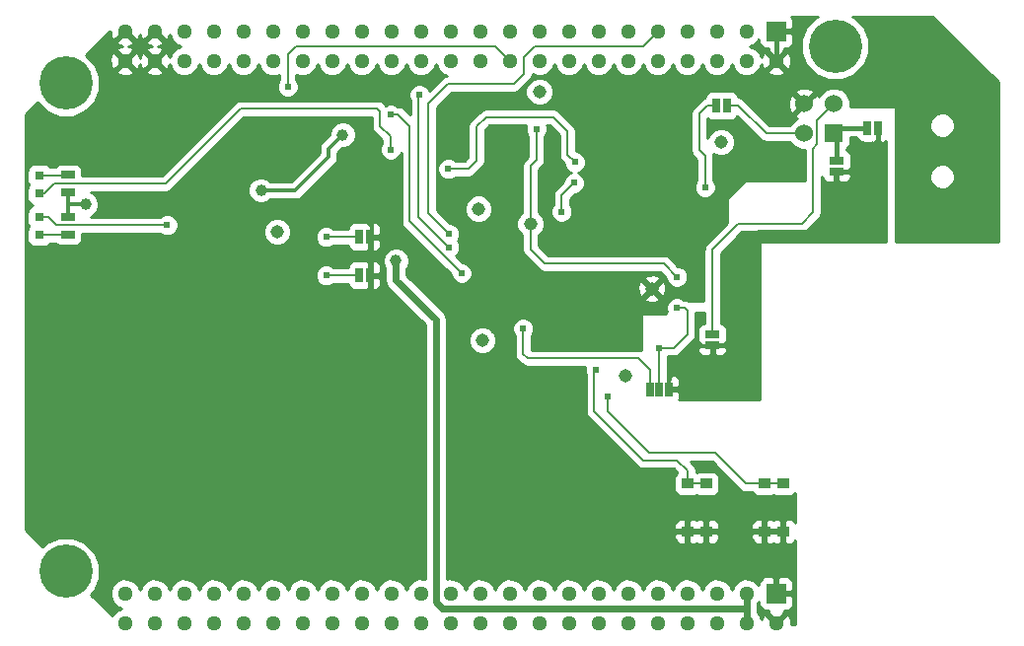
<source format=gtl>
G04 (created by PCBNEW (2013-05-31 BZR 4019)-stable) date 1/30/2014 2:02:55 PM*
%MOIN*%
G04 Gerber Fmt 3.4, Leading zero omitted, Abs format*
%FSLAX34Y34*%
G01*
G70*
G90*
G04 APERTURE LIST*
%ADD10C,0.00590551*%
%ADD11C,0.18*%
%ADD12R,0.065X0.065*%
%ADD13C,0.0512*%
%ADD14R,0.025X0.05*%
%ADD15R,0.05X0.025*%
%ADD16R,0.045X0.025*%
%ADD17C,0.045*%
%ADD18R,0.06X0.06*%
%ADD19C,0.06*%
%ADD20R,0.0393701X0.0354331*%
%ADD21R,0.0314X0.0314*%
%ADD22C,0.039*%
%ADD23C,0.024*%
%ADD24C,0.05*%
%ADD25C,0.024*%
%ADD26C,0.012*%
%ADD27C,0.016*%
%ADD28C,0.008*%
%ADD29C,0.01*%
G04 APERTURE END LIST*
G54D10*
G54D11*
X74350Y-45650D03*
X100350Y-44400D03*
X74350Y-62150D03*
G54D12*
X98350Y-43900D03*
G54D13*
X98350Y-44900D03*
X97350Y-43900D03*
X97350Y-44900D03*
X96350Y-43900D03*
X96350Y-44900D03*
X95350Y-43900D03*
X95350Y-44900D03*
X94350Y-43900D03*
X94350Y-44900D03*
X93350Y-43900D03*
X93350Y-44900D03*
X92350Y-43900D03*
X92350Y-44900D03*
X91350Y-43900D03*
X91350Y-44900D03*
X90350Y-43900D03*
X90350Y-44900D03*
X89350Y-43900D03*
X89350Y-44900D03*
X88350Y-43900D03*
X88350Y-44900D03*
X87350Y-43900D03*
X87350Y-44900D03*
X86350Y-43900D03*
X86350Y-44900D03*
X85350Y-43900D03*
X85350Y-44900D03*
X84350Y-43900D03*
X84350Y-44900D03*
X83350Y-43900D03*
X83350Y-44900D03*
X82350Y-43900D03*
X82350Y-44900D03*
X81350Y-43900D03*
X81350Y-44900D03*
X80350Y-43900D03*
X80350Y-44900D03*
X79350Y-43900D03*
X79350Y-44900D03*
X78350Y-43900D03*
X78350Y-44900D03*
X77350Y-43900D03*
X77350Y-44900D03*
X76350Y-43900D03*
X76350Y-44900D03*
G54D12*
X98350Y-62900D03*
G54D13*
X98350Y-63900D03*
X97350Y-62900D03*
X97350Y-63900D03*
X96350Y-62900D03*
X96350Y-63900D03*
X95350Y-62900D03*
X95350Y-63900D03*
X94350Y-62900D03*
X94350Y-63900D03*
X93350Y-62900D03*
X93350Y-63900D03*
X92350Y-62900D03*
X92350Y-63900D03*
X91350Y-62900D03*
X91350Y-63900D03*
X90350Y-62900D03*
X90350Y-63900D03*
X89350Y-62900D03*
X89350Y-63900D03*
X88350Y-62900D03*
X88350Y-63900D03*
X87350Y-62900D03*
X87350Y-63900D03*
X86350Y-62900D03*
X86350Y-63900D03*
X85350Y-62900D03*
X85350Y-63900D03*
X84350Y-62900D03*
X84350Y-63900D03*
X83350Y-62900D03*
X83350Y-63900D03*
X82350Y-62900D03*
X82350Y-63900D03*
X81350Y-62900D03*
X81350Y-63900D03*
X80350Y-62900D03*
X80350Y-63900D03*
X79350Y-62900D03*
X79350Y-63900D03*
X78350Y-62900D03*
X78350Y-63900D03*
X77350Y-62900D03*
X77350Y-63900D03*
X76350Y-62900D03*
X76350Y-63900D03*
G54D14*
X84627Y-52150D03*
X84273Y-52150D03*
X101777Y-47160D03*
X101423Y-47160D03*
G54D15*
X100390Y-48627D03*
X100390Y-48273D03*
G54D14*
X96677Y-46400D03*
X96323Y-46400D03*
G54D16*
X74425Y-49350D03*
X74425Y-48750D03*
X74425Y-50175D03*
X74425Y-50775D03*
G54D17*
X81500Y-50675D03*
X96500Y-47650D03*
X90350Y-45950D03*
X90050Y-50400D03*
X88300Y-49900D03*
X88425Y-54350D03*
X94150Y-52600D03*
X93250Y-55550D03*
G54D18*
X100300Y-47350D03*
G54D19*
X99300Y-47350D03*
X100300Y-46350D03*
X99300Y-46350D03*
G54D20*
X98586Y-59192D03*
X97956Y-59192D03*
X98586Y-60807D03*
X97956Y-60807D03*
X95986Y-59192D03*
X95356Y-59192D03*
X95986Y-60807D03*
X95356Y-60807D03*
G54D14*
X84627Y-50850D03*
X84273Y-50850D03*
X94080Y-56000D03*
X94400Y-56000D03*
X94720Y-56000D03*
G54D21*
X73450Y-50770D03*
X73450Y-50180D03*
X73450Y-48780D03*
X73450Y-49370D03*
G54D15*
X96200Y-54502D03*
X96200Y-54148D03*
G54D22*
X85500Y-51650D03*
X80950Y-49275D03*
X83700Y-47400D03*
X95350Y-55200D03*
G54D23*
X83150Y-50850D03*
X83150Y-52150D03*
X95000Y-52200D03*
X90250Y-47200D03*
X89800Y-53950D03*
G54D22*
X75025Y-49750D03*
G54D23*
X87300Y-50750D03*
X92650Y-56250D03*
X85325Y-46725D03*
X87725Y-52075D03*
X87300Y-51200D03*
X86300Y-46050D03*
X81850Y-45775D03*
X95950Y-49175D03*
X91550Y-48325D03*
X87275Y-48550D03*
X85325Y-47900D03*
X95000Y-53250D03*
X94400Y-54600D03*
X92250Y-55350D03*
X77775Y-50450D03*
X91100Y-50000D03*
X91525Y-49025D03*
G54D22*
X91375Y-46275D03*
X95250Y-50550D03*
X89250Y-47550D03*
X93169Y-49519D03*
X93169Y-48880D03*
X92530Y-49519D03*
X92530Y-48880D03*
X84260Y-53320D03*
G54D24*
X89550Y-52000D03*
G54D25*
X86850Y-53650D02*
X85500Y-52300D01*
X86850Y-63175D02*
X87075Y-63400D01*
X97350Y-63400D02*
X87075Y-63400D01*
X86850Y-53650D02*
X86850Y-63175D01*
X85500Y-52300D02*
X85500Y-51650D01*
G54D26*
X83225Y-47875D02*
X83700Y-47400D01*
X83225Y-48150D02*
X83225Y-47875D01*
X82100Y-49275D02*
X83225Y-48150D01*
X80950Y-49275D02*
X82100Y-49275D01*
G54D25*
X97350Y-62900D02*
X97350Y-63400D01*
X97350Y-63400D02*
X97350Y-63900D01*
G54D27*
X96200Y-54502D02*
X96838Y-54502D01*
X100390Y-50160D02*
X100390Y-48627D01*
X99890Y-50660D02*
X100390Y-50160D01*
X97770Y-50660D02*
X99890Y-50660D01*
X97370Y-51060D02*
X97770Y-50660D01*
X97370Y-53970D02*
X97370Y-51060D01*
X96838Y-54502D02*
X97370Y-53970D01*
X100390Y-48627D02*
X101213Y-48627D01*
X101213Y-48627D02*
X101777Y-48063D01*
X101777Y-48063D02*
X101777Y-47160D01*
G54D26*
X96200Y-54502D02*
X96200Y-55100D01*
X96200Y-55100D02*
X96100Y-55200D01*
X96100Y-55200D02*
X95350Y-55200D01*
X95350Y-55200D02*
X95350Y-55175D01*
X94720Y-56000D02*
X94720Y-55630D01*
X94720Y-55630D02*
X95150Y-55200D01*
X95150Y-55200D02*
X95350Y-55200D01*
G54D28*
X83150Y-50850D02*
X84273Y-50850D01*
X83150Y-52150D02*
X84273Y-52150D01*
G54D27*
X101423Y-47160D02*
X100490Y-47160D01*
X100490Y-47160D02*
X100300Y-47350D01*
X100390Y-48273D02*
X100390Y-47440D01*
X100390Y-47440D02*
X100300Y-47350D01*
G54D28*
X96677Y-46400D02*
X97060Y-46400D01*
X98010Y-47350D02*
X99300Y-47350D01*
X97060Y-46400D02*
X98010Y-47350D01*
X90525Y-51750D02*
X94550Y-51750D01*
X90050Y-51275D02*
X90525Y-51750D01*
X95000Y-52200D02*
X94550Y-51750D01*
X90050Y-51275D02*
X90050Y-50400D01*
X90050Y-50400D02*
X90050Y-48450D01*
X90250Y-48250D02*
X90250Y-47200D01*
X90050Y-48450D02*
X90250Y-48250D01*
X94080Y-56000D02*
X94080Y-55330D01*
X89800Y-54800D02*
X89800Y-53950D01*
X89950Y-54950D02*
X89800Y-54800D01*
X93700Y-54950D02*
X89950Y-54950D01*
X94080Y-55330D02*
X93700Y-54950D01*
G54D26*
X74425Y-49750D02*
X75025Y-49750D01*
X74425Y-49350D02*
X74425Y-49750D01*
X74425Y-49750D02*
X74425Y-50175D01*
G54D28*
X86600Y-50050D02*
X87300Y-50750D01*
X86600Y-50050D02*
X86600Y-46350D01*
X86600Y-46350D02*
X87275Y-45675D01*
X87275Y-45675D02*
X89500Y-45675D01*
X89500Y-45675D02*
X89825Y-45350D01*
X89825Y-45350D02*
X89825Y-44775D01*
X89825Y-44775D02*
X90200Y-44400D01*
X90200Y-44400D02*
X93850Y-44400D01*
X93850Y-44400D02*
X94350Y-43900D01*
X97342Y-59192D02*
X96300Y-58150D01*
X96300Y-58150D02*
X94050Y-58150D01*
X94050Y-58150D02*
X92650Y-56750D01*
X92650Y-56750D02*
X92650Y-56250D01*
X97342Y-59192D02*
X97956Y-59192D01*
X98586Y-59192D02*
X97956Y-59192D01*
X85325Y-46725D02*
X85575Y-46725D01*
X85975Y-47125D02*
X85975Y-50325D01*
X85575Y-46725D02*
X85975Y-47125D01*
X85975Y-50325D02*
X87725Y-52075D01*
X86275Y-50175D02*
X87300Y-51200D01*
X86275Y-46075D02*
X86275Y-50175D01*
X86300Y-46050D02*
X86275Y-46075D01*
X88850Y-44400D02*
X89350Y-44900D01*
X82125Y-44400D02*
X88850Y-44400D01*
X81850Y-44675D02*
X82125Y-44400D01*
X81850Y-45775D02*
X81850Y-44675D01*
X99740Y-47720D02*
X99740Y-46910D01*
X99740Y-46910D02*
X100300Y-46350D01*
X96200Y-51275D02*
X96200Y-54148D01*
X97075Y-50400D02*
X96200Y-51275D01*
X99225Y-50400D02*
X97075Y-50400D01*
X99600Y-50025D02*
X99225Y-50400D01*
X99600Y-47860D02*
X99600Y-50025D01*
X99742Y-47717D02*
X99740Y-47720D01*
X99740Y-47720D02*
X99600Y-47860D01*
X96323Y-46400D02*
X96025Y-46400D01*
X95950Y-48125D02*
X95950Y-49175D01*
X95750Y-47925D02*
X95950Y-48125D01*
X95750Y-46675D02*
X95750Y-47925D01*
X96025Y-46400D02*
X95750Y-46675D01*
X73450Y-49370D02*
X73630Y-49370D01*
X91550Y-48325D02*
X91300Y-48075D01*
X91300Y-48075D02*
X91300Y-47275D01*
X91300Y-47275D02*
X90825Y-46800D01*
X90825Y-46800D02*
X88550Y-46800D01*
X88550Y-46800D02*
X88225Y-47125D01*
X88225Y-47125D02*
X88225Y-48275D01*
X88225Y-48275D02*
X87950Y-48550D01*
X87950Y-48550D02*
X87275Y-48550D01*
X85325Y-47900D02*
X85325Y-47450D01*
X85325Y-47450D02*
X84975Y-47100D01*
X84975Y-47100D02*
X84975Y-46625D01*
X84975Y-46625D02*
X84875Y-46525D01*
X84875Y-46525D02*
X80250Y-46525D01*
X77725Y-49050D02*
X80250Y-46525D01*
X73950Y-49050D02*
X77725Y-49050D01*
X73630Y-49370D02*
X73950Y-49050D01*
X94400Y-54600D02*
X94900Y-54600D01*
X95000Y-53250D02*
X95250Y-53250D01*
X95250Y-53250D02*
X95350Y-53350D01*
X95350Y-54150D02*
X95350Y-53350D01*
X94900Y-54600D02*
X95350Y-54150D01*
X94400Y-56000D02*
X94400Y-54600D01*
X95356Y-58756D02*
X95356Y-59192D01*
X95000Y-58400D02*
X95356Y-58756D01*
X93850Y-58400D02*
X95000Y-58400D01*
X92200Y-56750D02*
X93850Y-58400D01*
X92200Y-55400D02*
X92200Y-56750D01*
X92250Y-55350D02*
X92200Y-55400D01*
X95986Y-59192D02*
X95356Y-59192D01*
X73450Y-50180D02*
X73755Y-50180D01*
X77775Y-50450D02*
X74025Y-50450D01*
X74025Y-50450D02*
X73755Y-50180D01*
X91100Y-49450D02*
X91100Y-50000D01*
X91525Y-49025D02*
X91100Y-49450D01*
G54D27*
X98350Y-43900D02*
X98350Y-44900D01*
G54D26*
X89250Y-47550D02*
X89240Y-47560D01*
X93169Y-49519D02*
X93169Y-49509D01*
X93169Y-48880D02*
X93169Y-48890D01*
X92530Y-48880D02*
X92540Y-48880D01*
X92530Y-49519D02*
X92540Y-49519D01*
X93170Y-49520D02*
X93180Y-49520D01*
X93169Y-49519D02*
X93170Y-49520D01*
X93170Y-48880D02*
X93180Y-48880D01*
X93169Y-48880D02*
X93170Y-48880D01*
X92520Y-49520D02*
X92530Y-49520D01*
X92530Y-49520D02*
X92530Y-49519D01*
X92540Y-48880D02*
X92530Y-48880D01*
X92530Y-48880D02*
X92530Y-48880D01*
X84627Y-52953D02*
X84260Y-53320D01*
X84627Y-52150D02*
X84627Y-52953D01*
X95986Y-60807D02*
X97956Y-60807D01*
X97956Y-60807D02*
X97956Y-61706D01*
X97956Y-61706D02*
X98350Y-62100D01*
X98350Y-62100D02*
X98350Y-62900D01*
X84627Y-50850D02*
X84627Y-52150D01*
G54D27*
X95986Y-60807D02*
X95356Y-60807D01*
X98586Y-60807D02*
X97956Y-60807D01*
G54D28*
X73450Y-50770D02*
X74420Y-50770D01*
X74420Y-50770D02*
X74425Y-50775D01*
X73450Y-48780D02*
X74395Y-48780D01*
X74395Y-48780D02*
X74425Y-48750D01*
G54D10*
G36*
X102050Y-51000D02*
X100890Y-51000D01*
X100890Y-48801D01*
X100890Y-48739D01*
X100827Y-48677D01*
X100440Y-48677D01*
X100440Y-48939D01*
X100502Y-49002D01*
X100590Y-49002D01*
X100689Y-49001D01*
X100781Y-48963D01*
X100852Y-48893D01*
X100890Y-48801D01*
X100890Y-51000D01*
X97800Y-51000D01*
X97800Y-56350D01*
X96700Y-56350D01*
X96700Y-54676D01*
X96700Y-54614D01*
X96637Y-54552D01*
X96250Y-54552D01*
X96250Y-54814D01*
X96312Y-54877D01*
X96400Y-54877D01*
X96499Y-54876D01*
X96591Y-54838D01*
X96662Y-54768D01*
X96700Y-54676D01*
X96700Y-56350D01*
X96150Y-56350D01*
X96150Y-54814D01*
X96150Y-54552D01*
X95762Y-54552D01*
X95700Y-54614D01*
X95699Y-54676D01*
X95737Y-54768D01*
X95808Y-54838D01*
X95900Y-54876D01*
X95999Y-54877D01*
X96087Y-54877D01*
X96150Y-54814D01*
X96150Y-56350D01*
X95074Y-56350D01*
X95094Y-56299D01*
X95095Y-56200D01*
X95095Y-56112D01*
X95032Y-56050D01*
X94775Y-56050D01*
X94775Y-55950D01*
X95032Y-55950D01*
X95095Y-55887D01*
X95095Y-55799D01*
X95094Y-55700D01*
X95056Y-55608D01*
X94986Y-55537D01*
X94894Y-55499D01*
X94832Y-55500D01*
X94770Y-55562D01*
X94770Y-55688D01*
X94737Y-55608D01*
X94690Y-55561D01*
X94690Y-54890D01*
X94900Y-54890D01*
X95010Y-54867D01*
X95105Y-54805D01*
X95555Y-54355D01*
X95617Y-54260D01*
X95640Y-54150D01*
X95640Y-53400D01*
X95910Y-53400D01*
X95910Y-53772D01*
X95900Y-53772D01*
X95808Y-53810D01*
X95738Y-53881D01*
X95700Y-53973D01*
X95699Y-54072D01*
X95699Y-54322D01*
X95700Y-54325D01*
X95699Y-54327D01*
X95700Y-54389D01*
X95762Y-54452D01*
X95775Y-54452D01*
X95808Y-54484D01*
X95900Y-54522D01*
X95999Y-54523D01*
X96499Y-54523D01*
X96591Y-54485D01*
X96624Y-54452D01*
X96637Y-54452D01*
X96700Y-54389D01*
X96700Y-54327D01*
X96699Y-54325D01*
X96699Y-54322D01*
X96700Y-54223D01*
X96700Y-53973D01*
X96662Y-53881D01*
X96591Y-53811D01*
X96499Y-53773D01*
X96490Y-53773D01*
X96490Y-51405D01*
X97000Y-50895D01*
X97000Y-50885D01*
X97195Y-50690D01*
X99225Y-50690D01*
X99335Y-50667D01*
X99430Y-50605D01*
X99805Y-50230D01*
X99867Y-50135D01*
X99890Y-50025D01*
X99890Y-49250D01*
X99900Y-49250D01*
X99900Y-48825D01*
X99927Y-48893D01*
X99998Y-48963D01*
X100090Y-49001D01*
X100189Y-49002D01*
X100277Y-49002D01*
X100340Y-48939D01*
X100340Y-48677D01*
X100332Y-48677D01*
X100332Y-48648D01*
X100689Y-48648D01*
X100781Y-48610D01*
X100814Y-48577D01*
X100827Y-48577D01*
X100890Y-48514D01*
X100890Y-48452D01*
X100889Y-48450D01*
X100889Y-48447D01*
X100890Y-48348D01*
X100890Y-48098D01*
X100852Y-48006D01*
X100781Y-47936D01*
X100720Y-47910D01*
X100720Y-47870D01*
X100741Y-47862D01*
X100811Y-47791D01*
X100849Y-47699D01*
X100850Y-47600D01*
X100850Y-47490D01*
X101060Y-47490D01*
X101085Y-47551D01*
X101156Y-47621D01*
X101248Y-47659D01*
X101347Y-47660D01*
X101597Y-47660D01*
X101600Y-47659D01*
X101602Y-47660D01*
X101664Y-47660D01*
X101727Y-47597D01*
X101727Y-47584D01*
X101759Y-47551D01*
X101797Y-47459D01*
X101798Y-47360D01*
X101798Y-47102D01*
X101827Y-47102D01*
X101827Y-47110D01*
X101834Y-47110D01*
X101834Y-47210D01*
X101827Y-47210D01*
X101827Y-47597D01*
X101889Y-47660D01*
X101951Y-47660D01*
X102043Y-47622D01*
X102050Y-47615D01*
X102050Y-51000D01*
X102050Y-51000D01*
G37*
G54D29*
X102050Y-51000D02*
X100890Y-51000D01*
X100890Y-48801D01*
X100890Y-48739D01*
X100827Y-48677D01*
X100440Y-48677D01*
X100440Y-48939D01*
X100502Y-49002D01*
X100590Y-49002D01*
X100689Y-49001D01*
X100781Y-48963D01*
X100852Y-48893D01*
X100890Y-48801D01*
X100890Y-51000D01*
X97800Y-51000D01*
X97800Y-56350D01*
X96700Y-56350D01*
X96700Y-54676D01*
X96700Y-54614D01*
X96637Y-54552D01*
X96250Y-54552D01*
X96250Y-54814D01*
X96312Y-54877D01*
X96400Y-54877D01*
X96499Y-54876D01*
X96591Y-54838D01*
X96662Y-54768D01*
X96700Y-54676D01*
X96700Y-56350D01*
X96150Y-56350D01*
X96150Y-54814D01*
X96150Y-54552D01*
X95762Y-54552D01*
X95700Y-54614D01*
X95699Y-54676D01*
X95737Y-54768D01*
X95808Y-54838D01*
X95900Y-54876D01*
X95999Y-54877D01*
X96087Y-54877D01*
X96150Y-54814D01*
X96150Y-56350D01*
X95074Y-56350D01*
X95094Y-56299D01*
X95095Y-56200D01*
X95095Y-56112D01*
X95032Y-56050D01*
X94775Y-56050D01*
X94775Y-55950D01*
X95032Y-55950D01*
X95095Y-55887D01*
X95095Y-55799D01*
X95094Y-55700D01*
X95056Y-55608D01*
X94986Y-55537D01*
X94894Y-55499D01*
X94832Y-55500D01*
X94770Y-55562D01*
X94770Y-55688D01*
X94737Y-55608D01*
X94690Y-55561D01*
X94690Y-54890D01*
X94900Y-54890D01*
X95010Y-54867D01*
X95105Y-54805D01*
X95555Y-54355D01*
X95617Y-54260D01*
X95640Y-54150D01*
X95640Y-53400D01*
X95910Y-53400D01*
X95910Y-53772D01*
X95900Y-53772D01*
X95808Y-53810D01*
X95738Y-53881D01*
X95700Y-53973D01*
X95699Y-54072D01*
X95699Y-54322D01*
X95700Y-54325D01*
X95699Y-54327D01*
X95700Y-54389D01*
X95762Y-54452D01*
X95775Y-54452D01*
X95808Y-54484D01*
X95900Y-54522D01*
X95999Y-54523D01*
X96499Y-54523D01*
X96591Y-54485D01*
X96624Y-54452D01*
X96637Y-54452D01*
X96700Y-54389D01*
X96700Y-54327D01*
X96699Y-54325D01*
X96699Y-54322D01*
X96700Y-54223D01*
X96700Y-53973D01*
X96662Y-53881D01*
X96591Y-53811D01*
X96499Y-53773D01*
X96490Y-53773D01*
X96490Y-51405D01*
X97000Y-50895D01*
X97000Y-50885D01*
X97195Y-50690D01*
X99225Y-50690D01*
X99335Y-50667D01*
X99430Y-50605D01*
X99805Y-50230D01*
X99867Y-50135D01*
X99890Y-50025D01*
X99890Y-49250D01*
X99900Y-49250D01*
X99900Y-48825D01*
X99927Y-48893D01*
X99998Y-48963D01*
X100090Y-49001D01*
X100189Y-49002D01*
X100277Y-49002D01*
X100340Y-48939D01*
X100340Y-48677D01*
X100332Y-48677D01*
X100332Y-48648D01*
X100689Y-48648D01*
X100781Y-48610D01*
X100814Y-48577D01*
X100827Y-48577D01*
X100890Y-48514D01*
X100890Y-48452D01*
X100889Y-48450D01*
X100889Y-48447D01*
X100890Y-48348D01*
X100890Y-48098D01*
X100852Y-48006D01*
X100781Y-47936D01*
X100720Y-47910D01*
X100720Y-47870D01*
X100741Y-47862D01*
X100811Y-47791D01*
X100849Y-47699D01*
X100850Y-47600D01*
X100850Y-47490D01*
X101060Y-47490D01*
X101085Y-47551D01*
X101156Y-47621D01*
X101248Y-47659D01*
X101347Y-47660D01*
X101597Y-47660D01*
X101600Y-47659D01*
X101602Y-47660D01*
X101664Y-47660D01*
X101727Y-47597D01*
X101727Y-47584D01*
X101759Y-47551D01*
X101797Y-47459D01*
X101798Y-47360D01*
X101798Y-47102D01*
X101827Y-47102D01*
X101827Y-47110D01*
X101834Y-47110D01*
X101834Y-47210D01*
X101827Y-47210D01*
X101827Y-47597D01*
X101889Y-47660D01*
X101951Y-47660D01*
X102043Y-47622D01*
X102050Y-47615D01*
X102050Y-51000D01*
G54D10*
G36*
X105850Y-51000D02*
X104392Y-51000D01*
X104392Y-48731D01*
X104392Y-46999D01*
X104327Y-46842D01*
X104207Y-46722D01*
X104050Y-46657D01*
X103880Y-46656D01*
X103723Y-46721D01*
X103603Y-46841D01*
X103538Y-46998D01*
X103537Y-47168D01*
X103602Y-47325D01*
X103722Y-47445D01*
X103879Y-47510D01*
X104049Y-47511D01*
X104206Y-47446D01*
X104326Y-47326D01*
X104391Y-47169D01*
X104392Y-46999D01*
X104392Y-48731D01*
X104327Y-48574D01*
X104207Y-48454D01*
X104050Y-48389D01*
X103880Y-48388D01*
X103723Y-48453D01*
X103603Y-48573D01*
X103538Y-48730D01*
X103537Y-48900D01*
X103602Y-49057D01*
X103722Y-49177D01*
X103879Y-49242D01*
X104049Y-49243D01*
X104206Y-49178D01*
X104326Y-49058D01*
X104391Y-48901D01*
X104392Y-48731D01*
X104392Y-51000D01*
X102400Y-51000D01*
X102400Y-46450D01*
X100849Y-46450D01*
X100850Y-46241D01*
X100766Y-46038D01*
X100611Y-45884D01*
X100409Y-45800D01*
X100191Y-45799D01*
X99988Y-45883D01*
X99834Y-46038D01*
X99802Y-46113D01*
X99781Y-46062D01*
X99685Y-46034D01*
X99615Y-46105D01*
X99615Y-45964D01*
X99587Y-45868D01*
X99381Y-45795D01*
X99163Y-45806D01*
X99012Y-45868D01*
X98984Y-45964D01*
X99300Y-46279D01*
X99615Y-45964D01*
X99615Y-46105D01*
X99370Y-46350D01*
X99376Y-46355D01*
X99305Y-46426D01*
X99300Y-46420D01*
X99229Y-46491D01*
X99229Y-46350D01*
X98914Y-46034D01*
X98860Y-46050D01*
X98860Y-44971D01*
X98849Y-44770D01*
X98794Y-44638D01*
X98704Y-44616D01*
X98420Y-44900D01*
X98704Y-45183D01*
X98794Y-45161D01*
X98860Y-44971D01*
X98860Y-46050D01*
X98818Y-46062D01*
X98745Y-46268D01*
X98756Y-46486D01*
X98818Y-46637D01*
X98914Y-46665D01*
X99229Y-46350D01*
X99229Y-46491D01*
X98984Y-46735D01*
X99012Y-46831D01*
X99067Y-46850D01*
X98988Y-46883D01*
X98834Y-47038D01*
X98824Y-47060D01*
X98633Y-47060D01*
X98633Y-45254D01*
X98350Y-44970D01*
X98066Y-45254D01*
X98088Y-45344D01*
X98278Y-45410D01*
X98479Y-45399D01*
X98611Y-45344D01*
X98633Y-45254D01*
X98633Y-47060D01*
X98130Y-47060D01*
X97265Y-46194D01*
X97170Y-46132D01*
X97060Y-46110D01*
X97052Y-46110D01*
X97052Y-46100D01*
X97014Y-46008D01*
X96943Y-45938D01*
X96851Y-45900D01*
X96752Y-45899D01*
X96502Y-45899D01*
X96500Y-45900D01*
X96497Y-45900D01*
X96398Y-45899D01*
X96148Y-45899D01*
X96056Y-45937D01*
X95986Y-46008D01*
X95948Y-46100D01*
X95948Y-46125D01*
X95914Y-46132D01*
X95819Y-46194D01*
X95544Y-46469D01*
X95482Y-46564D01*
X95460Y-46675D01*
X95460Y-47925D01*
X95482Y-48035D01*
X95544Y-48130D01*
X95660Y-48245D01*
X95660Y-48941D01*
X95636Y-48965D01*
X95580Y-49101D01*
X95579Y-49248D01*
X95636Y-49384D01*
X95740Y-49488D01*
X95876Y-49544D01*
X96023Y-49545D01*
X96159Y-49488D01*
X96263Y-49384D01*
X96319Y-49248D01*
X96320Y-49101D01*
X96263Y-48965D01*
X96240Y-48941D01*
X96240Y-48125D01*
X96224Y-48046D01*
X96230Y-48052D01*
X96405Y-48124D01*
X96594Y-48125D01*
X96768Y-48052D01*
X96902Y-47919D01*
X96974Y-47744D01*
X96975Y-47555D01*
X96902Y-47381D01*
X96769Y-47247D01*
X96594Y-47175D01*
X96405Y-47174D01*
X96231Y-47247D01*
X96097Y-47380D01*
X96040Y-47519D01*
X96040Y-46845D01*
X96056Y-46861D01*
X96148Y-46899D01*
X96247Y-46900D01*
X96497Y-46900D01*
X96499Y-46899D01*
X96502Y-46899D01*
X96601Y-46900D01*
X96851Y-46900D01*
X96943Y-46862D01*
X97013Y-46791D01*
X97021Y-46772D01*
X97804Y-47555D01*
X97899Y-47617D01*
X98010Y-47640D01*
X98824Y-47640D01*
X98833Y-47661D01*
X98988Y-47815D01*
X99190Y-47899D01*
X99310Y-47900D01*
X99310Y-48950D01*
X97279Y-48950D01*
X96700Y-49529D01*
X96700Y-50364D01*
X95994Y-51069D01*
X95932Y-51164D01*
X95911Y-51267D01*
X95900Y-51279D01*
X95900Y-53000D01*
X95387Y-53000D01*
X95370Y-52988D01*
X95370Y-52126D01*
X95313Y-51990D01*
X95209Y-51886D01*
X95073Y-51830D01*
X95040Y-51830D01*
X94755Y-51544D01*
X94660Y-51482D01*
X94550Y-51460D01*
X90645Y-51460D01*
X90340Y-51154D01*
X90340Y-50781D01*
X90452Y-50669D01*
X90524Y-50494D01*
X90525Y-50305D01*
X90452Y-50131D01*
X90340Y-50018D01*
X90340Y-48570D01*
X90455Y-48455D01*
X90517Y-48360D01*
X90540Y-48250D01*
X90540Y-47433D01*
X90563Y-47409D01*
X90619Y-47273D01*
X90620Y-47126D01*
X90604Y-47090D01*
X90704Y-47090D01*
X91010Y-47395D01*
X91010Y-48075D01*
X91032Y-48185D01*
X91094Y-48280D01*
X91179Y-48365D01*
X91179Y-48398D01*
X91236Y-48534D01*
X91340Y-48638D01*
X91415Y-48669D01*
X91315Y-48711D01*
X91211Y-48815D01*
X91155Y-48951D01*
X91155Y-48984D01*
X90894Y-49244D01*
X90832Y-49339D01*
X90810Y-49450D01*
X90810Y-49766D01*
X90786Y-49790D01*
X90730Y-49926D01*
X90729Y-50073D01*
X90786Y-50209D01*
X90890Y-50313D01*
X91026Y-50369D01*
X91173Y-50370D01*
X91309Y-50313D01*
X91413Y-50209D01*
X91469Y-50073D01*
X91470Y-49926D01*
X91413Y-49790D01*
X91390Y-49766D01*
X91390Y-49570D01*
X91565Y-49395D01*
X91598Y-49395D01*
X91734Y-49338D01*
X91838Y-49234D01*
X91894Y-49098D01*
X91895Y-48951D01*
X91838Y-48815D01*
X91734Y-48711D01*
X91659Y-48680D01*
X91759Y-48638D01*
X91863Y-48534D01*
X91919Y-48398D01*
X91920Y-48251D01*
X91863Y-48115D01*
X91759Y-48011D01*
X91623Y-47955D01*
X91590Y-47955D01*
X91590Y-47954D01*
X91590Y-47275D01*
X91567Y-47164D01*
X91505Y-47069D01*
X91505Y-47069D01*
X91030Y-46594D01*
X90935Y-46532D01*
X90825Y-46510D01*
X90825Y-45855D01*
X90752Y-45681D01*
X90619Y-45547D01*
X90444Y-45475D01*
X90255Y-45474D01*
X90081Y-45547D01*
X89947Y-45680D01*
X89875Y-45855D01*
X89874Y-46044D01*
X89947Y-46218D01*
X90080Y-46352D01*
X90255Y-46424D01*
X90444Y-46425D01*
X90618Y-46352D01*
X90752Y-46219D01*
X90824Y-46044D01*
X90825Y-45855D01*
X90825Y-46510D01*
X90825Y-46510D01*
X88550Y-46510D01*
X88439Y-46532D01*
X88344Y-46594D01*
X88019Y-46919D01*
X87957Y-47014D01*
X87935Y-47125D01*
X87935Y-48154D01*
X87829Y-48260D01*
X87508Y-48260D01*
X87484Y-48236D01*
X87348Y-48180D01*
X87201Y-48179D01*
X87065Y-48236D01*
X86961Y-48340D01*
X86905Y-48476D01*
X86904Y-48623D01*
X86961Y-48759D01*
X87065Y-48863D01*
X87201Y-48919D01*
X87348Y-48920D01*
X87484Y-48863D01*
X87508Y-48840D01*
X87950Y-48840D01*
X88060Y-48817D01*
X88155Y-48755D01*
X88430Y-48480D01*
X88492Y-48385D01*
X88515Y-48275D01*
X88515Y-47245D01*
X88670Y-47090D01*
X89895Y-47090D01*
X89880Y-47126D01*
X89879Y-47273D01*
X89936Y-47409D01*
X89960Y-47433D01*
X89960Y-48129D01*
X89844Y-48244D01*
X89782Y-48339D01*
X89760Y-48450D01*
X89760Y-50018D01*
X89647Y-50130D01*
X89575Y-50305D01*
X89574Y-50494D01*
X89647Y-50668D01*
X89760Y-50781D01*
X89760Y-51275D01*
X89782Y-51385D01*
X89844Y-51480D01*
X90319Y-51955D01*
X90319Y-51955D01*
X90414Y-52017D01*
X90525Y-52040D01*
X94429Y-52040D01*
X94629Y-52240D01*
X94629Y-52273D01*
X94686Y-52409D01*
X94790Y-52513D01*
X94926Y-52569D01*
X95073Y-52570D01*
X95209Y-52513D01*
X95313Y-52409D01*
X95369Y-52273D01*
X95370Y-52126D01*
X95370Y-52988D01*
X95360Y-52982D01*
X95250Y-52960D01*
X95233Y-52960D01*
X95209Y-52936D01*
X95073Y-52880D01*
X94926Y-52879D01*
X94790Y-52936D01*
X94686Y-53040D01*
X94630Y-53176D01*
X94630Y-52663D01*
X94617Y-52475D01*
X94569Y-52357D01*
X94481Y-52339D01*
X94410Y-52409D01*
X94410Y-52268D01*
X94392Y-52180D01*
X94213Y-52119D01*
X94025Y-52132D01*
X93907Y-52180D01*
X93889Y-52268D01*
X94150Y-52529D01*
X94410Y-52268D01*
X94410Y-52409D01*
X94220Y-52600D01*
X94481Y-52860D01*
X94569Y-52842D01*
X94630Y-52663D01*
X94630Y-53176D01*
X94630Y-53176D01*
X94629Y-53323D01*
X94652Y-53377D01*
X94579Y-53450D01*
X94410Y-53450D01*
X94410Y-52931D01*
X94150Y-52670D01*
X94079Y-52741D01*
X94079Y-52600D01*
X93818Y-52339D01*
X93730Y-52357D01*
X93669Y-52536D01*
X93682Y-52724D01*
X93730Y-52842D01*
X93818Y-52860D01*
X94079Y-52600D01*
X94079Y-52741D01*
X93889Y-52931D01*
X93907Y-53019D01*
X94086Y-53080D01*
X94274Y-53067D01*
X94392Y-53019D01*
X94410Y-52931D01*
X94410Y-53450D01*
X93800Y-53450D01*
X93800Y-54679D01*
X93700Y-54660D01*
X90090Y-54660D01*
X90090Y-54183D01*
X90113Y-54159D01*
X90169Y-54023D01*
X90170Y-53876D01*
X90113Y-53740D01*
X90009Y-53636D01*
X89873Y-53580D01*
X89726Y-53579D01*
X89590Y-53636D01*
X89486Y-53740D01*
X89430Y-53876D01*
X89429Y-54023D01*
X89486Y-54159D01*
X89510Y-54183D01*
X89510Y-54800D01*
X89532Y-54910D01*
X89594Y-55005D01*
X89744Y-55155D01*
X89839Y-55217D01*
X89950Y-55240D01*
X91895Y-55240D01*
X91880Y-55276D01*
X91879Y-55423D01*
X91910Y-55496D01*
X91910Y-56750D01*
X91932Y-56860D01*
X91994Y-56955D01*
X93644Y-58605D01*
X93739Y-58667D01*
X93850Y-58690D01*
X94879Y-58690D01*
X95005Y-58815D01*
X94947Y-58873D01*
X94909Y-58965D01*
X94909Y-59065D01*
X94909Y-59419D01*
X94947Y-59511D01*
X95017Y-59581D01*
X95109Y-59620D01*
X95208Y-59620D01*
X95602Y-59620D01*
X95671Y-59591D01*
X95739Y-59620D01*
X95838Y-59620D01*
X96232Y-59620D01*
X96324Y-59582D01*
X96394Y-59511D01*
X96433Y-59420D01*
X96433Y-59320D01*
X96433Y-58966D01*
X96395Y-58874D01*
X96324Y-58803D01*
X96233Y-58765D01*
X96133Y-58765D01*
X95739Y-58765D01*
X95671Y-58794D01*
X95646Y-58783D01*
X95646Y-58756D01*
X95624Y-58645D01*
X95561Y-58551D01*
X95450Y-58440D01*
X96179Y-58440D01*
X97137Y-59397D01*
X97137Y-59397D01*
X97231Y-59460D01*
X97342Y-59482D01*
X97342Y-59482D01*
X97342Y-59482D01*
X97535Y-59482D01*
X97547Y-59511D01*
X97617Y-59581D01*
X97709Y-59620D01*
X97808Y-59620D01*
X98202Y-59620D01*
X98271Y-59591D01*
X98339Y-59620D01*
X98438Y-59620D01*
X98832Y-59620D01*
X98924Y-59582D01*
X98994Y-59511D01*
X99000Y-59499D01*
X99000Y-60500D01*
X98995Y-60488D01*
X98924Y-60418D01*
X98833Y-60379D01*
X98733Y-60379D01*
X98698Y-60379D01*
X98636Y-60442D01*
X98636Y-60757D01*
X98644Y-60757D01*
X98644Y-60857D01*
X98636Y-60857D01*
X98636Y-61171D01*
X98698Y-61234D01*
X98733Y-61234D01*
X98833Y-61234D01*
X98924Y-61196D01*
X98995Y-61125D01*
X99000Y-61113D01*
X99000Y-63950D01*
X98859Y-63950D01*
X98849Y-63770D01*
X98794Y-63638D01*
X98704Y-63616D01*
X98420Y-63900D01*
X98426Y-63905D01*
X98381Y-63950D01*
X98318Y-63950D01*
X98273Y-63905D01*
X98279Y-63900D01*
X97995Y-63616D01*
X97905Y-63638D01*
X97852Y-63790D01*
X97779Y-63613D01*
X97720Y-63554D01*
X97720Y-63400D01*
X97720Y-63245D01*
X97774Y-63190D01*
X97775Y-63274D01*
X97813Y-63366D01*
X97883Y-63437D01*
X97975Y-63475D01*
X98083Y-63475D01*
X98066Y-63545D01*
X98350Y-63829D01*
X98633Y-63545D01*
X98616Y-63475D01*
X98724Y-63475D01*
X98816Y-63437D01*
X98886Y-63366D01*
X98924Y-63274D01*
X98925Y-63175D01*
X98925Y-62624D01*
X98924Y-62525D01*
X98886Y-62433D01*
X98816Y-62362D01*
X98724Y-62324D01*
X98536Y-62324D01*
X98536Y-61171D01*
X98536Y-60857D01*
X98536Y-60757D01*
X98536Y-60442D01*
X98473Y-60379D01*
X98438Y-60379D01*
X98339Y-60379D01*
X98271Y-60408D01*
X98203Y-60379D01*
X98103Y-60379D01*
X98068Y-60379D01*
X98006Y-60442D01*
X98006Y-60757D01*
X98201Y-60757D01*
X98340Y-60757D01*
X98536Y-60757D01*
X98536Y-60857D01*
X98340Y-60857D01*
X98201Y-60857D01*
X98006Y-60857D01*
X98006Y-61171D01*
X98068Y-61234D01*
X98103Y-61234D01*
X98203Y-61234D01*
X98271Y-61205D01*
X98339Y-61234D01*
X98438Y-61234D01*
X98473Y-61234D01*
X98536Y-61171D01*
X98536Y-62324D01*
X98462Y-62325D01*
X98400Y-62387D01*
X98400Y-62850D01*
X98862Y-62850D01*
X98925Y-62787D01*
X98925Y-62624D01*
X98925Y-63175D01*
X98925Y-63012D01*
X98862Y-62950D01*
X98400Y-62950D01*
X98400Y-62957D01*
X98300Y-62957D01*
X98300Y-62950D01*
X98292Y-62950D01*
X98292Y-62850D01*
X98300Y-62850D01*
X98300Y-62387D01*
X98237Y-62325D01*
X97975Y-62324D01*
X97906Y-62353D01*
X97906Y-61171D01*
X97906Y-60857D01*
X97906Y-60757D01*
X97906Y-60442D01*
X97843Y-60379D01*
X97808Y-60379D01*
X97709Y-60379D01*
X97617Y-60418D01*
X97547Y-60488D01*
X97509Y-60580D01*
X97509Y-60694D01*
X97571Y-60757D01*
X97906Y-60757D01*
X97906Y-60857D01*
X97571Y-60857D01*
X97509Y-60919D01*
X97509Y-61033D01*
X97547Y-61125D01*
X97617Y-61196D01*
X97709Y-61234D01*
X97808Y-61234D01*
X97843Y-61234D01*
X97906Y-61171D01*
X97906Y-62353D01*
X97883Y-62362D01*
X97813Y-62433D01*
X97775Y-62525D01*
X97774Y-62609D01*
X97637Y-62471D01*
X97451Y-62394D01*
X97249Y-62393D01*
X97063Y-62470D01*
X96921Y-62613D01*
X96849Y-62784D01*
X96779Y-62613D01*
X96637Y-62471D01*
X96451Y-62394D01*
X96433Y-62394D01*
X96433Y-61033D01*
X96433Y-60580D01*
X96395Y-60488D01*
X96324Y-60418D01*
X96233Y-60379D01*
X96133Y-60379D01*
X96098Y-60379D01*
X96036Y-60442D01*
X96036Y-60757D01*
X96370Y-60757D01*
X96433Y-60694D01*
X96433Y-60580D01*
X96433Y-61033D01*
X96433Y-60919D01*
X96370Y-60857D01*
X96036Y-60857D01*
X96036Y-61171D01*
X96098Y-61234D01*
X96133Y-61234D01*
X96233Y-61234D01*
X96324Y-61196D01*
X96395Y-61125D01*
X96433Y-61033D01*
X96433Y-62394D01*
X96249Y-62393D01*
X96063Y-62470D01*
X95936Y-62598D01*
X95936Y-61171D01*
X95936Y-60857D01*
X95936Y-60757D01*
X95936Y-60442D01*
X95873Y-60379D01*
X95838Y-60379D01*
X95739Y-60379D01*
X95671Y-60408D01*
X95603Y-60379D01*
X95503Y-60379D01*
X95468Y-60379D01*
X95406Y-60442D01*
X95406Y-60757D01*
X95601Y-60757D01*
X95740Y-60757D01*
X95936Y-60757D01*
X95936Y-60857D01*
X95740Y-60857D01*
X95601Y-60857D01*
X95406Y-60857D01*
X95406Y-61171D01*
X95468Y-61234D01*
X95503Y-61234D01*
X95603Y-61234D01*
X95671Y-61205D01*
X95739Y-61234D01*
X95838Y-61234D01*
X95873Y-61234D01*
X95936Y-61171D01*
X95936Y-62598D01*
X95921Y-62613D01*
X95849Y-62784D01*
X95779Y-62613D01*
X95637Y-62471D01*
X95451Y-62394D01*
X95306Y-62393D01*
X95306Y-61171D01*
X95306Y-60857D01*
X95306Y-60757D01*
X95306Y-60442D01*
X95243Y-60379D01*
X95208Y-60379D01*
X95109Y-60379D01*
X95017Y-60418D01*
X94947Y-60488D01*
X94909Y-60580D01*
X94909Y-60694D01*
X94971Y-60757D01*
X95306Y-60757D01*
X95306Y-60857D01*
X94971Y-60857D01*
X94909Y-60919D01*
X94909Y-61033D01*
X94947Y-61125D01*
X95017Y-61196D01*
X95109Y-61234D01*
X95208Y-61234D01*
X95243Y-61234D01*
X95306Y-61171D01*
X95306Y-62393D01*
X95249Y-62393D01*
X95063Y-62470D01*
X94921Y-62613D01*
X94849Y-62784D01*
X94779Y-62613D01*
X94637Y-62471D01*
X94451Y-62394D01*
X94249Y-62393D01*
X94063Y-62470D01*
X93921Y-62613D01*
X93849Y-62784D01*
X93779Y-62613D01*
X93637Y-62471D01*
X93451Y-62394D01*
X93249Y-62393D01*
X93063Y-62470D01*
X92921Y-62613D01*
X92849Y-62784D01*
X92779Y-62613D01*
X92637Y-62471D01*
X92451Y-62394D01*
X92249Y-62393D01*
X92063Y-62470D01*
X91921Y-62613D01*
X91849Y-62784D01*
X91779Y-62613D01*
X91637Y-62471D01*
X91451Y-62394D01*
X91249Y-62393D01*
X91063Y-62470D01*
X90921Y-62613D01*
X90849Y-62784D01*
X90779Y-62613D01*
X90637Y-62471D01*
X90451Y-62394D01*
X90249Y-62393D01*
X90063Y-62470D01*
X89921Y-62613D01*
X89849Y-62784D01*
X89779Y-62613D01*
X89637Y-62471D01*
X89451Y-62394D01*
X89249Y-62393D01*
X89063Y-62470D01*
X88921Y-62613D01*
X88900Y-62664D01*
X88900Y-54255D01*
X88827Y-54081D01*
X88775Y-54028D01*
X88775Y-49805D01*
X88702Y-49631D01*
X88569Y-49497D01*
X88394Y-49425D01*
X88205Y-49424D01*
X88031Y-49497D01*
X87897Y-49630D01*
X87825Y-49805D01*
X87824Y-49994D01*
X87897Y-50168D01*
X88030Y-50302D01*
X88205Y-50374D01*
X88394Y-50375D01*
X88568Y-50302D01*
X88702Y-50169D01*
X88774Y-49994D01*
X88775Y-49805D01*
X88775Y-54028D01*
X88694Y-53947D01*
X88519Y-53875D01*
X88330Y-53874D01*
X88156Y-53947D01*
X88022Y-54080D01*
X87950Y-54255D01*
X87949Y-54444D01*
X88022Y-54618D01*
X88155Y-54752D01*
X88330Y-54824D01*
X88519Y-54825D01*
X88693Y-54752D01*
X88827Y-54619D01*
X88899Y-54444D01*
X88900Y-54255D01*
X88900Y-62664D01*
X88849Y-62784D01*
X88779Y-62613D01*
X88637Y-62471D01*
X88451Y-62394D01*
X88249Y-62393D01*
X88063Y-62470D01*
X87921Y-62613D01*
X87849Y-62784D01*
X87779Y-62613D01*
X87637Y-62471D01*
X87451Y-62394D01*
X87249Y-62393D01*
X87220Y-62406D01*
X87220Y-53650D01*
X87191Y-53508D01*
X87111Y-53388D01*
X85870Y-52146D01*
X85870Y-51909D01*
X85877Y-51902D01*
X85944Y-51738D01*
X85945Y-51561D01*
X85877Y-51398D01*
X85752Y-51272D01*
X85588Y-51205D01*
X85411Y-51204D01*
X85248Y-51272D01*
X85122Y-51397D01*
X85055Y-51561D01*
X85054Y-51738D01*
X85122Y-51901D01*
X85130Y-51909D01*
X85130Y-52300D01*
X85158Y-52441D01*
X85238Y-52561D01*
X86480Y-53803D01*
X86480Y-62406D01*
X86451Y-62394D01*
X86249Y-62393D01*
X86063Y-62470D01*
X85921Y-62613D01*
X85849Y-62784D01*
X85779Y-62613D01*
X85637Y-62471D01*
X85451Y-62394D01*
X85249Y-62393D01*
X85063Y-62470D01*
X85002Y-62532D01*
X85002Y-52350D01*
X85002Y-51949D01*
X85002Y-51050D01*
X85002Y-50649D01*
X85001Y-50550D01*
X84963Y-50458D01*
X84893Y-50387D01*
X84801Y-50349D01*
X84739Y-50350D01*
X84677Y-50412D01*
X84677Y-50800D01*
X84939Y-50800D01*
X85002Y-50737D01*
X85002Y-50649D01*
X85002Y-51050D01*
X85002Y-50962D01*
X84939Y-50900D01*
X84677Y-50900D01*
X84677Y-51287D01*
X84739Y-51350D01*
X84801Y-51350D01*
X84893Y-51312D01*
X84963Y-51241D01*
X85001Y-51149D01*
X85002Y-51050D01*
X85002Y-51949D01*
X85001Y-51850D01*
X84963Y-51758D01*
X84893Y-51687D01*
X84801Y-51649D01*
X84739Y-51650D01*
X84677Y-51712D01*
X84677Y-52100D01*
X84939Y-52100D01*
X85002Y-52037D01*
X85002Y-51949D01*
X85002Y-52350D01*
X85002Y-52262D01*
X84939Y-52200D01*
X84677Y-52200D01*
X84677Y-52587D01*
X84739Y-52650D01*
X84801Y-52650D01*
X84893Y-52612D01*
X84963Y-52541D01*
X85001Y-52449D01*
X85002Y-52350D01*
X85002Y-62532D01*
X84921Y-62613D01*
X84849Y-62784D01*
X84779Y-62613D01*
X84648Y-62482D01*
X84648Y-52350D01*
X84648Y-51850D01*
X84648Y-51050D01*
X84648Y-50550D01*
X84610Y-50458D01*
X84577Y-50425D01*
X84577Y-50412D01*
X84514Y-50350D01*
X84452Y-50349D01*
X84450Y-50350D01*
X84447Y-50350D01*
X84348Y-50349D01*
X84145Y-50349D01*
X84145Y-47311D01*
X84077Y-47148D01*
X83952Y-47022D01*
X83788Y-46955D01*
X83611Y-46954D01*
X83448Y-47022D01*
X83322Y-47147D01*
X83255Y-47311D01*
X83254Y-47406D01*
X83005Y-47655D01*
X82938Y-47756D01*
X82915Y-47875D01*
X82915Y-48021D01*
X81971Y-48965D01*
X81269Y-48965D01*
X81202Y-48897D01*
X81038Y-48830D01*
X80861Y-48829D01*
X80698Y-48897D01*
X80572Y-49022D01*
X80505Y-49186D01*
X80504Y-49363D01*
X80572Y-49526D01*
X80697Y-49652D01*
X80861Y-49719D01*
X81038Y-49720D01*
X81201Y-49652D01*
X81269Y-49585D01*
X82100Y-49585D01*
X82218Y-49561D01*
X82319Y-49494D01*
X83444Y-48369D01*
X83511Y-48268D01*
X83535Y-48150D01*
X83535Y-48003D01*
X83693Y-47844D01*
X83788Y-47845D01*
X83951Y-47777D01*
X84077Y-47652D01*
X84144Y-47488D01*
X84145Y-47311D01*
X84145Y-50349D01*
X84098Y-50349D01*
X84006Y-50387D01*
X83936Y-50458D01*
X83898Y-50550D01*
X83898Y-50560D01*
X83383Y-50560D01*
X83359Y-50536D01*
X83223Y-50480D01*
X83076Y-50479D01*
X82940Y-50536D01*
X82836Y-50640D01*
X82780Y-50776D01*
X82779Y-50923D01*
X82836Y-51059D01*
X82940Y-51163D01*
X83076Y-51219D01*
X83223Y-51220D01*
X83359Y-51163D01*
X83383Y-51140D01*
X83897Y-51140D01*
X83897Y-51149D01*
X83935Y-51241D01*
X84006Y-51311D01*
X84098Y-51349D01*
X84197Y-51350D01*
X84447Y-51350D01*
X84450Y-51349D01*
X84452Y-51350D01*
X84514Y-51350D01*
X84577Y-51287D01*
X84577Y-51274D01*
X84609Y-51241D01*
X84647Y-51149D01*
X84648Y-51050D01*
X84648Y-51850D01*
X84610Y-51758D01*
X84577Y-51725D01*
X84577Y-51712D01*
X84514Y-51650D01*
X84452Y-51649D01*
X84450Y-51650D01*
X84447Y-51650D01*
X84348Y-51649D01*
X84098Y-51649D01*
X84006Y-51687D01*
X83936Y-51758D01*
X83898Y-51850D01*
X83898Y-51860D01*
X83383Y-51860D01*
X83359Y-51836D01*
X83223Y-51780D01*
X83076Y-51779D01*
X82940Y-51836D01*
X82836Y-51940D01*
X82780Y-52076D01*
X82779Y-52223D01*
X82836Y-52359D01*
X82940Y-52463D01*
X83076Y-52519D01*
X83223Y-52520D01*
X83359Y-52463D01*
X83383Y-52440D01*
X83897Y-52440D01*
X83897Y-52449D01*
X83935Y-52541D01*
X84006Y-52611D01*
X84098Y-52649D01*
X84197Y-52650D01*
X84447Y-52650D01*
X84450Y-52649D01*
X84452Y-52650D01*
X84514Y-52650D01*
X84577Y-52587D01*
X84577Y-52574D01*
X84609Y-52541D01*
X84647Y-52449D01*
X84648Y-52350D01*
X84648Y-62482D01*
X84637Y-62471D01*
X84451Y-62394D01*
X84249Y-62393D01*
X84063Y-62470D01*
X83921Y-62613D01*
X83849Y-62784D01*
X83779Y-62613D01*
X83637Y-62471D01*
X83451Y-62394D01*
X83249Y-62393D01*
X83063Y-62470D01*
X82921Y-62613D01*
X82849Y-62784D01*
X82779Y-62613D01*
X82637Y-62471D01*
X82451Y-62394D01*
X82249Y-62393D01*
X82063Y-62470D01*
X81975Y-62559D01*
X81975Y-50580D01*
X81902Y-50406D01*
X81769Y-50272D01*
X81594Y-50200D01*
X81405Y-50199D01*
X81231Y-50272D01*
X81097Y-50405D01*
X81025Y-50580D01*
X81024Y-50769D01*
X81097Y-50943D01*
X81230Y-51077D01*
X81405Y-51149D01*
X81594Y-51150D01*
X81768Y-51077D01*
X81902Y-50944D01*
X81974Y-50769D01*
X81975Y-50580D01*
X81975Y-62559D01*
X81921Y-62613D01*
X81849Y-62784D01*
X81779Y-62613D01*
X81637Y-62471D01*
X81451Y-62394D01*
X81249Y-62393D01*
X81063Y-62470D01*
X80921Y-62613D01*
X80849Y-62784D01*
X80779Y-62613D01*
X80637Y-62471D01*
X80451Y-62394D01*
X80249Y-62393D01*
X80063Y-62470D01*
X79921Y-62613D01*
X79849Y-62784D01*
X79779Y-62613D01*
X79637Y-62471D01*
X79451Y-62394D01*
X79249Y-62393D01*
X79063Y-62470D01*
X78921Y-62613D01*
X78849Y-62784D01*
X78779Y-62613D01*
X78637Y-62471D01*
X78451Y-62394D01*
X78249Y-62393D01*
X78063Y-62470D01*
X77921Y-62613D01*
X77849Y-62784D01*
X77779Y-62613D01*
X77637Y-62471D01*
X77451Y-62394D01*
X77249Y-62393D01*
X77063Y-62470D01*
X76921Y-62613D01*
X76849Y-62784D01*
X76779Y-62613D01*
X76637Y-62471D01*
X76451Y-62394D01*
X76249Y-62393D01*
X76063Y-62470D01*
X75921Y-62613D01*
X75844Y-62798D01*
X75843Y-63000D01*
X75920Y-63186D01*
X76063Y-63328D01*
X76234Y-63400D01*
X76063Y-63470D01*
X75921Y-63613D01*
X75910Y-63639D01*
X75198Y-62927D01*
X75324Y-62802D01*
X75499Y-62379D01*
X75500Y-61922D01*
X75325Y-61499D01*
X75002Y-61175D01*
X74579Y-61000D01*
X74122Y-60999D01*
X73699Y-61174D01*
X73572Y-61301D01*
X73000Y-60729D01*
X73000Y-46720D01*
X73397Y-46323D01*
X73697Y-46624D01*
X74120Y-46799D01*
X74577Y-46800D01*
X75000Y-46625D01*
X75324Y-46302D01*
X75499Y-45879D01*
X75500Y-45422D01*
X75325Y-44999D01*
X75023Y-44697D01*
X75820Y-43900D01*
X75843Y-43900D01*
X75850Y-44029D01*
X75905Y-44161D01*
X75995Y-44183D01*
X76279Y-43900D01*
X76350Y-43900D01*
X76420Y-43900D01*
X76704Y-44183D01*
X76794Y-44161D01*
X76849Y-44004D01*
X76850Y-44029D01*
X76905Y-44161D01*
X76995Y-44183D01*
X77279Y-43900D01*
X77420Y-43900D01*
X77704Y-44183D01*
X77794Y-44161D01*
X77847Y-44009D01*
X77920Y-44186D01*
X78063Y-44328D01*
X78234Y-44400D01*
X78063Y-44470D01*
X77921Y-44613D01*
X77850Y-44784D01*
X77849Y-44770D01*
X77794Y-44638D01*
X77704Y-44616D01*
X77633Y-44687D01*
X77633Y-44545D01*
X77611Y-44455D01*
X77454Y-44400D01*
X77479Y-44399D01*
X77611Y-44344D01*
X77633Y-44254D01*
X77350Y-43970D01*
X77066Y-44254D01*
X77088Y-44344D01*
X77245Y-44399D01*
X77220Y-44400D01*
X77088Y-44455D01*
X77066Y-44545D01*
X77350Y-44829D01*
X77633Y-44545D01*
X77633Y-44687D01*
X77420Y-44900D01*
X77704Y-45183D01*
X77794Y-45161D01*
X77847Y-45009D01*
X77920Y-45186D01*
X78063Y-45328D01*
X78248Y-45405D01*
X78450Y-45406D01*
X78636Y-45329D01*
X78778Y-45187D01*
X78850Y-45015D01*
X78920Y-45186D01*
X79063Y-45328D01*
X79248Y-45405D01*
X79450Y-45406D01*
X79636Y-45329D01*
X79778Y-45187D01*
X79850Y-45015D01*
X79920Y-45186D01*
X80063Y-45328D01*
X80248Y-45405D01*
X80450Y-45406D01*
X80636Y-45329D01*
X80778Y-45187D01*
X80850Y-45015D01*
X80920Y-45186D01*
X81063Y-45328D01*
X81248Y-45405D01*
X81450Y-45406D01*
X81560Y-45360D01*
X81560Y-45541D01*
X81536Y-45565D01*
X81480Y-45701D01*
X81479Y-45848D01*
X81536Y-45984D01*
X81640Y-46088D01*
X81776Y-46144D01*
X81923Y-46145D01*
X82059Y-46088D01*
X82163Y-45984D01*
X82219Y-45848D01*
X82220Y-45701D01*
X82163Y-45565D01*
X82140Y-45541D01*
X82140Y-45360D01*
X82248Y-45405D01*
X82450Y-45406D01*
X82636Y-45329D01*
X82778Y-45187D01*
X82850Y-45015D01*
X82920Y-45186D01*
X83063Y-45328D01*
X83248Y-45405D01*
X83450Y-45406D01*
X83636Y-45329D01*
X83778Y-45187D01*
X83850Y-45015D01*
X83920Y-45186D01*
X84063Y-45328D01*
X84248Y-45405D01*
X84450Y-45406D01*
X84636Y-45329D01*
X84778Y-45187D01*
X84850Y-45015D01*
X84920Y-45186D01*
X85063Y-45328D01*
X85248Y-45405D01*
X85450Y-45406D01*
X85636Y-45329D01*
X85778Y-45187D01*
X85850Y-45015D01*
X85920Y-45186D01*
X86063Y-45328D01*
X86248Y-45405D01*
X86450Y-45406D01*
X86636Y-45329D01*
X86778Y-45187D01*
X86850Y-45015D01*
X86920Y-45186D01*
X87063Y-45328D01*
X87223Y-45395D01*
X87164Y-45407D01*
X87069Y-45469D01*
X86638Y-45901D01*
X86613Y-45840D01*
X86509Y-45736D01*
X86373Y-45680D01*
X86226Y-45679D01*
X86090Y-45736D01*
X85986Y-45840D01*
X85930Y-45976D01*
X85929Y-46123D01*
X85985Y-46256D01*
X85985Y-46724D01*
X85780Y-46519D01*
X85685Y-46457D01*
X85575Y-46435D01*
X85558Y-46435D01*
X85534Y-46411D01*
X85398Y-46355D01*
X85251Y-46354D01*
X85155Y-46394D01*
X85080Y-46319D01*
X84985Y-46257D01*
X84875Y-46235D01*
X80250Y-46235D01*
X80139Y-46257D01*
X80044Y-46319D01*
X80044Y-46319D01*
X77633Y-48731D01*
X77633Y-45254D01*
X77350Y-44970D01*
X77279Y-45041D01*
X77279Y-44900D01*
X76995Y-44616D01*
X76905Y-44638D01*
X76850Y-44795D01*
X76849Y-44770D01*
X76794Y-44638D01*
X76704Y-44616D01*
X76633Y-44687D01*
X76633Y-44545D01*
X76611Y-44455D01*
X76454Y-44400D01*
X76479Y-44399D01*
X76611Y-44344D01*
X76633Y-44254D01*
X76350Y-43970D01*
X76066Y-44254D01*
X76088Y-44344D01*
X76245Y-44399D01*
X76220Y-44400D01*
X76088Y-44455D01*
X76066Y-44545D01*
X76350Y-44829D01*
X76633Y-44545D01*
X76633Y-44687D01*
X76420Y-44900D01*
X76704Y-45183D01*
X76794Y-45161D01*
X76849Y-45004D01*
X76850Y-45029D01*
X76905Y-45161D01*
X76995Y-45183D01*
X77279Y-44900D01*
X77279Y-45041D01*
X77066Y-45254D01*
X77088Y-45344D01*
X77278Y-45410D01*
X77479Y-45399D01*
X77611Y-45344D01*
X77633Y-45254D01*
X77633Y-48731D01*
X77604Y-48760D01*
X76633Y-48760D01*
X76633Y-45254D01*
X76350Y-44970D01*
X76279Y-45041D01*
X76279Y-44900D01*
X75995Y-44616D01*
X75905Y-44638D01*
X75839Y-44828D01*
X75850Y-45029D01*
X75905Y-45161D01*
X75995Y-45183D01*
X76279Y-44900D01*
X76279Y-45041D01*
X76066Y-45254D01*
X76088Y-45344D01*
X76278Y-45410D01*
X76479Y-45399D01*
X76611Y-45344D01*
X76633Y-45254D01*
X76633Y-48760D01*
X74900Y-48760D01*
X74900Y-48575D01*
X74862Y-48483D01*
X74791Y-48413D01*
X74699Y-48375D01*
X74600Y-48374D01*
X74150Y-48374D01*
X74058Y-48412D01*
X73988Y-48483D01*
X73985Y-48490D01*
X73822Y-48490D01*
X73819Y-48481D01*
X73748Y-48411D01*
X73656Y-48373D01*
X73557Y-48372D01*
X73243Y-48372D01*
X73151Y-48410D01*
X73081Y-48481D01*
X73043Y-48573D01*
X73042Y-48672D01*
X73042Y-48986D01*
X73079Y-49075D01*
X73043Y-49163D01*
X73042Y-49262D01*
X73042Y-49576D01*
X73080Y-49668D01*
X73151Y-49738D01*
X73238Y-49775D01*
X73151Y-49810D01*
X73081Y-49881D01*
X73043Y-49973D01*
X73042Y-50072D01*
X73042Y-50386D01*
X73079Y-50475D01*
X73043Y-50563D01*
X73042Y-50662D01*
X73042Y-50976D01*
X73080Y-51068D01*
X73151Y-51138D01*
X73243Y-51176D01*
X73342Y-51177D01*
X73656Y-51177D01*
X73748Y-51139D01*
X73818Y-51068D01*
X73822Y-51060D01*
X74006Y-51060D01*
X74058Y-51111D01*
X74150Y-51149D01*
X74249Y-51150D01*
X74699Y-51150D01*
X74791Y-51112D01*
X74861Y-51041D01*
X74899Y-50949D01*
X74900Y-50850D01*
X74900Y-50740D01*
X77541Y-50740D01*
X77565Y-50763D01*
X77701Y-50819D01*
X77848Y-50820D01*
X77984Y-50763D01*
X78088Y-50659D01*
X78144Y-50523D01*
X78145Y-50376D01*
X78088Y-50240D01*
X77984Y-50136D01*
X77848Y-50080D01*
X77701Y-50079D01*
X77565Y-50136D01*
X77541Y-50160D01*
X75198Y-50160D01*
X75276Y-50127D01*
X75402Y-50002D01*
X75469Y-49838D01*
X75470Y-49661D01*
X75402Y-49498D01*
X75277Y-49372D01*
X75198Y-49340D01*
X77725Y-49340D01*
X77835Y-49317D01*
X77930Y-49255D01*
X80370Y-46815D01*
X84685Y-46815D01*
X84685Y-47100D01*
X84707Y-47210D01*
X84769Y-47305D01*
X85035Y-47570D01*
X85035Y-47666D01*
X85011Y-47690D01*
X84955Y-47826D01*
X84954Y-47973D01*
X85011Y-48109D01*
X85115Y-48213D01*
X85251Y-48269D01*
X85398Y-48270D01*
X85534Y-48213D01*
X85638Y-48109D01*
X85685Y-47997D01*
X85685Y-50325D01*
X85707Y-50435D01*
X85769Y-50530D01*
X87354Y-52115D01*
X87354Y-52148D01*
X87411Y-52284D01*
X87515Y-52388D01*
X87651Y-52444D01*
X87798Y-52445D01*
X87934Y-52388D01*
X88038Y-52284D01*
X88094Y-52148D01*
X88095Y-52001D01*
X88038Y-51865D01*
X87934Y-51761D01*
X87798Y-51705D01*
X87765Y-51705D01*
X87541Y-51481D01*
X87613Y-51409D01*
X87669Y-51273D01*
X87670Y-51126D01*
X87613Y-50990D01*
X87598Y-50975D01*
X87613Y-50959D01*
X87669Y-50823D01*
X87670Y-50676D01*
X87613Y-50540D01*
X87509Y-50436D01*
X87373Y-50380D01*
X87340Y-50380D01*
X86890Y-49929D01*
X86890Y-46470D01*
X87395Y-45965D01*
X89500Y-45965D01*
X89610Y-45942D01*
X89705Y-45880D01*
X90030Y-45555D01*
X90092Y-45460D01*
X90114Y-45350D01*
X90248Y-45405D01*
X90450Y-45406D01*
X90636Y-45329D01*
X90778Y-45187D01*
X90850Y-45015D01*
X90920Y-45186D01*
X91063Y-45328D01*
X91248Y-45405D01*
X91450Y-45406D01*
X91636Y-45329D01*
X91778Y-45187D01*
X91850Y-45015D01*
X91920Y-45186D01*
X92063Y-45328D01*
X92248Y-45405D01*
X92450Y-45406D01*
X92636Y-45329D01*
X92778Y-45187D01*
X92850Y-45015D01*
X92920Y-45186D01*
X93063Y-45328D01*
X93248Y-45405D01*
X93450Y-45406D01*
X93636Y-45329D01*
X93778Y-45187D01*
X93850Y-45015D01*
X93920Y-45186D01*
X94063Y-45328D01*
X94248Y-45405D01*
X94450Y-45406D01*
X94636Y-45329D01*
X94778Y-45187D01*
X94850Y-45015D01*
X94920Y-45186D01*
X95063Y-45328D01*
X95248Y-45405D01*
X95450Y-45406D01*
X95636Y-45329D01*
X95778Y-45187D01*
X95850Y-45015D01*
X95920Y-45186D01*
X96063Y-45328D01*
X96248Y-45405D01*
X96450Y-45406D01*
X96636Y-45329D01*
X96778Y-45187D01*
X96850Y-45015D01*
X96920Y-45186D01*
X97063Y-45328D01*
X97248Y-45405D01*
X97450Y-45406D01*
X97636Y-45329D01*
X97778Y-45187D01*
X97849Y-45015D01*
X97850Y-45029D01*
X97905Y-45161D01*
X97995Y-45183D01*
X98279Y-44900D01*
X97995Y-44616D01*
X97905Y-44638D01*
X97852Y-44790D01*
X97779Y-44613D01*
X97637Y-44471D01*
X97465Y-44399D01*
X97636Y-44329D01*
X97774Y-44190D01*
X97775Y-44274D01*
X97813Y-44366D01*
X97883Y-44437D01*
X97975Y-44475D01*
X98083Y-44475D01*
X98066Y-44545D01*
X98350Y-44829D01*
X98633Y-44545D01*
X98616Y-44475D01*
X98724Y-44475D01*
X98816Y-44437D01*
X98886Y-44366D01*
X98924Y-44274D01*
X98925Y-44175D01*
X98925Y-44012D01*
X98862Y-43950D01*
X98400Y-43950D01*
X98400Y-43957D01*
X98300Y-43957D01*
X98300Y-43950D01*
X98292Y-43950D01*
X98292Y-43850D01*
X98300Y-43850D01*
X98300Y-43842D01*
X98400Y-43842D01*
X98400Y-43850D01*
X98862Y-43850D01*
X98925Y-43787D01*
X98925Y-43624D01*
X98924Y-43525D01*
X98886Y-43433D01*
X98853Y-43400D01*
X99758Y-43400D01*
X99699Y-43424D01*
X99375Y-43747D01*
X99200Y-44170D01*
X99199Y-44627D01*
X99374Y-45050D01*
X99697Y-45374D01*
X100120Y-45549D01*
X100577Y-45550D01*
X101000Y-45375D01*
X101324Y-45052D01*
X101499Y-44629D01*
X101500Y-44172D01*
X101325Y-43749D01*
X101002Y-43425D01*
X100940Y-43400D01*
X103629Y-43400D01*
X105850Y-45620D01*
X105850Y-51000D01*
X105850Y-51000D01*
G37*
G54D29*
X105850Y-51000D02*
X104392Y-51000D01*
X104392Y-48731D01*
X104392Y-46999D01*
X104327Y-46842D01*
X104207Y-46722D01*
X104050Y-46657D01*
X103880Y-46656D01*
X103723Y-46721D01*
X103603Y-46841D01*
X103538Y-46998D01*
X103537Y-47168D01*
X103602Y-47325D01*
X103722Y-47445D01*
X103879Y-47510D01*
X104049Y-47511D01*
X104206Y-47446D01*
X104326Y-47326D01*
X104391Y-47169D01*
X104392Y-46999D01*
X104392Y-48731D01*
X104327Y-48574D01*
X104207Y-48454D01*
X104050Y-48389D01*
X103880Y-48388D01*
X103723Y-48453D01*
X103603Y-48573D01*
X103538Y-48730D01*
X103537Y-48900D01*
X103602Y-49057D01*
X103722Y-49177D01*
X103879Y-49242D01*
X104049Y-49243D01*
X104206Y-49178D01*
X104326Y-49058D01*
X104391Y-48901D01*
X104392Y-48731D01*
X104392Y-51000D01*
X102400Y-51000D01*
X102400Y-46450D01*
X100849Y-46450D01*
X100850Y-46241D01*
X100766Y-46038D01*
X100611Y-45884D01*
X100409Y-45800D01*
X100191Y-45799D01*
X99988Y-45883D01*
X99834Y-46038D01*
X99802Y-46113D01*
X99781Y-46062D01*
X99685Y-46034D01*
X99615Y-46105D01*
X99615Y-45964D01*
X99587Y-45868D01*
X99381Y-45795D01*
X99163Y-45806D01*
X99012Y-45868D01*
X98984Y-45964D01*
X99300Y-46279D01*
X99615Y-45964D01*
X99615Y-46105D01*
X99370Y-46350D01*
X99376Y-46355D01*
X99305Y-46426D01*
X99300Y-46420D01*
X99229Y-46491D01*
X99229Y-46350D01*
X98914Y-46034D01*
X98860Y-46050D01*
X98860Y-44971D01*
X98849Y-44770D01*
X98794Y-44638D01*
X98704Y-44616D01*
X98420Y-44900D01*
X98704Y-45183D01*
X98794Y-45161D01*
X98860Y-44971D01*
X98860Y-46050D01*
X98818Y-46062D01*
X98745Y-46268D01*
X98756Y-46486D01*
X98818Y-46637D01*
X98914Y-46665D01*
X99229Y-46350D01*
X99229Y-46491D01*
X98984Y-46735D01*
X99012Y-46831D01*
X99067Y-46850D01*
X98988Y-46883D01*
X98834Y-47038D01*
X98824Y-47060D01*
X98633Y-47060D01*
X98633Y-45254D01*
X98350Y-44970D01*
X98066Y-45254D01*
X98088Y-45344D01*
X98278Y-45410D01*
X98479Y-45399D01*
X98611Y-45344D01*
X98633Y-45254D01*
X98633Y-47060D01*
X98130Y-47060D01*
X97265Y-46194D01*
X97170Y-46132D01*
X97060Y-46110D01*
X97052Y-46110D01*
X97052Y-46100D01*
X97014Y-46008D01*
X96943Y-45938D01*
X96851Y-45900D01*
X96752Y-45899D01*
X96502Y-45899D01*
X96500Y-45900D01*
X96497Y-45900D01*
X96398Y-45899D01*
X96148Y-45899D01*
X96056Y-45937D01*
X95986Y-46008D01*
X95948Y-46100D01*
X95948Y-46125D01*
X95914Y-46132D01*
X95819Y-46194D01*
X95544Y-46469D01*
X95482Y-46564D01*
X95460Y-46675D01*
X95460Y-47925D01*
X95482Y-48035D01*
X95544Y-48130D01*
X95660Y-48245D01*
X95660Y-48941D01*
X95636Y-48965D01*
X95580Y-49101D01*
X95579Y-49248D01*
X95636Y-49384D01*
X95740Y-49488D01*
X95876Y-49544D01*
X96023Y-49545D01*
X96159Y-49488D01*
X96263Y-49384D01*
X96319Y-49248D01*
X96320Y-49101D01*
X96263Y-48965D01*
X96240Y-48941D01*
X96240Y-48125D01*
X96224Y-48046D01*
X96230Y-48052D01*
X96405Y-48124D01*
X96594Y-48125D01*
X96768Y-48052D01*
X96902Y-47919D01*
X96974Y-47744D01*
X96975Y-47555D01*
X96902Y-47381D01*
X96769Y-47247D01*
X96594Y-47175D01*
X96405Y-47174D01*
X96231Y-47247D01*
X96097Y-47380D01*
X96040Y-47519D01*
X96040Y-46845D01*
X96056Y-46861D01*
X96148Y-46899D01*
X96247Y-46900D01*
X96497Y-46900D01*
X96499Y-46899D01*
X96502Y-46899D01*
X96601Y-46900D01*
X96851Y-46900D01*
X96943Y-46862D01*
X97013Y-46791D01*
X97021Y-46772D01*
X97804Y-47555D01*
X97899Y-47617D01*
X98010Y-47640D01*
X98824Y-47640D01*
X98833Y-47661D01*
X98988Y-47815D01*
X99190Y-47899D01*
X99310Y-47900D01*
X99310Y-48950D01*
X97279Y-48950D01*
X96700Y-49529D01*
X96700Y-50364D01*
X95994Y-51069D01*
X95932Y-51164D01*
X95911Y-51267D01*
X95900Y-51279D01*
X95900Y-53000D01*
X95387Y-53000D01*
X95370Y-52988D01*
X95370Y-52126D01*
X95313Y-51990D01*
X95209Y-51886D01*
X95073Y-51830D01*
X95040Y-51830D01*
X94755Y-51544D01*
X94660Y-51482D01*
X94550Y-51460D01*
X90645Y-51460D01*
X90340Y-51154D01*
X90340Y-50781D01*
X90452Y-50669D01*
X90524Y-50494D01*
X90525Y-50305D01*
X90452Y-50131D01*
X90340Y-50018D01*
X90340Y-48570D01*
X90455Y-48455D01*
X90517Y-48360D01*
X90540Y-48250D01*
X90540Y-47433D01*
X90563Y-47409D01*
X90619Y-47273D01*
X90620Y-47126D01*
X90604Y-47090D01*
X90704Y-47090D01*
X91010Y-47395D01*
X91010Y-48075D01*
X91032Y-48185D01*
X91094Y-48280D01*
X91179Y-48365D01*
X91179Y-48398D01*
X91236Y-48534D01*
X91340Y-48638D01*
X91415Y-48669D01*
X91315Y-48711D01*
X91211Y-48815D01*
X91155Y-48951D01*
X91155Y-48984D01*
X90894Y-49244D01*
X90832Y-49339D01*
X90810Y-49450D01*
X90810Y-49766D01*
X90786Y-49790D01*
X90730Y-49926D01*
X90729Y-50073D01*
X90786Y-50209D01*
X90890Y-50313D01*
X91026Y-50369D01*
X91173Y-50370D01*
X91309Y-50313D01*
X91413Y-50209D01*
X91469Y-50073D01*
X91470Y-49926D01*
X91413Y-49790D01*
X91390Y-49766D01*
X91390Y-49570D01*
X91565Y-49395D01*
X91598Y-49395D01*
X91734Y-49338D01*
X91838Y-49234D01*
X91894Y-49098D01*
X91895Y-48951D01*
X91838Y-48815D01*
X91734Y-48711D01*
X91659Y-48680D01*
X91759Y-48638D01*
X91863Y-48534D01*
X91919Y-48398D01*
X91920Y-48251D01*
X91863Y-48115D01*
X91759Y-48011D01*
X91623Y-47955D01*
X91590Y-47955D01*
X91590Y-47954D01*
X91590Y-47275D01*
X91567Y-47164D01*
X91505Y-47069D01*
X91505Y-47069D01*
X91030Y-46594D01*
X90935Y-46532D01*
X90825Y-46510D01*
X90825Y-45855D01*
X90752Y-45681D01*
X90619Y-45547D01*
X90444Y-45475D01*
X90255Y-45474D01*
X90081Y-45547D01*
X89947Y-45680D01*
X89875Y-45855D01*
X89874Y-46044D01*
X89947Y-46218D01*
X90080Y-46352D01*
X90255Y-46424D01*
X90444Y-46425D01*
X90618Y-46352D01*
X90752Y-46219D01*
X90824Y-46044D01*
X90825Y-45855D01*
X90825Y-46510D01*
X90825Y-46510D01*
X88550Y-46510D01*
X88439Y-46532D01*
X88344Y-46594D01*
X88019Y-46919D01*
X87957Y-47014D01*
X87935Y-47125D01*
X87935Y-48154D01*
X87829Y-48260D01*
X87508Y-48260D01*
X87484Y-48236D01*
X87348Y-48180D01*
X87201Y-48179D01*
X87065Y-48236D01*
X86961Y-48340D01*
X86905Y-48476D01*
X86904Y-48623D01*
X86961Y-48759D01*
X87065Y-48863D01*
X87201Y-48919D01*
X87348Y-48920D01*
X87484Y-48863D01*
X87508Y-48840D01*
X87950Y-48840D01*
X88060Y-48817D01*
X88155Y-48755D01*
X88430Y-48480D01*
X88492Y-48385D01*
X88515Y-48275D01*
X88515Y-47245D01*
X88670Y-47090D01*
X89895Y-47090D01*
X89880Y-47126D01*
X89879Y-47273D01*
X89936Y-47409D01*
X89960Y-47433D01*
X89960Y-48129D01*
X89844Y-48244D01*
X89782Y-48339D01*
X89760Y-48450D01*
X89760Y-50018D01*
X89647Y-50130D01*
X89575Y-50305D01*
X89574Y-50494D01*
X89647Y-50668D01*
X89760Y-50781D01*
X89760Y-51275D01*
X89782Y-51385D01*
X89844Y-51480D01*
X90319Y-51955D01*
X90319Y-51955D01*
X90414Y-52017D01*
X90525Y-52040D01*
X94429Y-52040D01*
X94629Y-52240D01*
X94629Y-52273D01*
X94686Y-52409D01*
X94790Y-52513D01*
X94926Y-52569D01*
X95073Y-52570D01*
X95209Y-52513D01*
X95313Y-52409D01*
X95369Y-52273D01*
X95370Y-52126D01*
X95370Y-52988D01*
X95360Y-52982D01*
X95250Y-52960D01*
X95233Y-52960D01*
X95209Y-52936D01*
X95073Y-52880D01*
X94926Y-52879D01*
X94790Y-52936D01*
X94686Y-53040D01*
X94630Y-53176D01*
X94630Y-52663D01*
X94617Y-52475D01*
X94569Y-52357D01*
X94481Y-52339D01*
X94410Y-52409D01*
X94410Y-52268D01*
X94392Y-52180D01*
X94213Y-52119D01*
X94025Y-52132D01*
X93907Y-52180D01*
X93889Y-52268D01*
X94150Y-52529D01*
X94410Y-52268D01*
X94410Y-52409D01*
X94220Y-52600D01*
X94481Y-52860D01*
X94569Y-52842D01*
X94630Y-52663D01*
X94630Y-53176D01*
X94630Y-53176D01*
X94629Y-53323D01*
X94652Y-53377D01*
X94579Y-53450D01*
X94410Y-53450D01*
X94410Y-52931D01*
X94150Y-52670D01*
X94079Y-52741D01*
X94079Y-52600D01*
X93818Y-52339D01*
X93730Y-52357D01*
X93669Y-52536D01*
X93682Y-52724D01*
X93730Y-52842D01*
X93818Y-52860D01*
X94079Y-52600D01*
X94079Y-52741D01*
X93889Y-52931D01*
X93907Y-53019D01*
X94086Y-53080D01*
X94274Y-53067D01*
X94392Y-53019D01*
X94410Y-52931D01*
X94410Y-53450D01*
X93800Y-53450D01*
X93800Y-54679D01*
X93700Y-54660D01*
X90090Y-54660D01*
X90090Y-54183D01*
X90113Y-54159D01*
X90169Y-54023D01*
X90170Y-53876D01*
X90113Y-53740D01*
X90009Y-53636D01*
X89873Y-53580D01*
X89726Y-53579D01*
X89590Y-53636D01*
X89486Y-53740D01*
X89430Y-53876D01*
X89429Y-54023D01*
X89486Y-54159D01*
X89510Y-54183D01*
X89510Y-54800D01*
X89532Y-54910D01*
X89594Y-55005D01*
X89744Y-55155D01*
X89839Y-55217D01*
X89950Y-55240D01*
X91895Y-55240D01*
X91880Y-55276D01*
X91879Y-55423D01*
X91910Y-55496D01*
X91910Y-56750D01*
X91932Y-56860D01*
X91994Y-56955D01*
X93644Y-58605D01*
X93739Y-58667D01*
X93850Y-58690D01*
X94879Y-58690D01*
X95005Y-58815D01*
X94947Y-58873D01*
X94909Y-58965D01*
X94909Y-59065D01*
X94909Y-59419D01*
X94947Y-59511D01*
X95017Y-59581D01*
X95109Y-59620D01*
X95208Y-59620D01*
X95602Y-59620D01*
X95671Y-59591D01*
X95739Y-59620D01*
X95838Y-59620D01*
X96232Y-59620D01*
X96324Y-59582D01*
X96394Y-59511D01*
X96433Y-59420D01*
X96433Y-59320D01*
X96433Y-58966D01*
X96395Y-58874D01*
X96324Y-58803D01*
X96233Y-58765D01*
X96133Y-58765D01*
X95739Y-58765D01*
X95671Y-58794D01*
X95646Y-58783D01*
X95646Y-58756D01*
X95624Y-58645D01*
X95561Y-58551D01*
X95450Y-58440D01*
X96179Y-58440D01*
X97137Y-59397D01*
X97137Y-59397D01*
X97231Y-59460D01*
X97342Y-59482D01*
X97342Y-59482D01*
X97342Y-59482D01*
X97535Y-59482D01*
X97547Y-59511D01*
X97617Y-59581D01*
X97709Y-59620D01*
X97808Y-59620D01*
X98202Y-59620D01*
X98271Y-59591D01*
X98339Y-59620D01*
X98438Y-59620D01*
X98832Y-59620D01*
X98924Y-59582D01*
X98994Y-59511D01*
X99000Y-59499D01*
X99000Y-60500D01*
X98995Y-60488D01*
X98924Y-60418D01*
X98833Y-60379D01*
X98733Y-60379D01*
X98698Y-60379D01*
X98636Y-60442D01*
X98636Y-60757D01*
X98644Y-60757D01*
X98644Y-60857D01*
X98636Y-60857D01*
X98636Y-61171D01*
X98698Y-61234D01*
X98733Y-61234D01*
X98833Y-61234D01*
X98924Y-61196D01*
X98995Y-61125D01*
X99000Y-61113D01*
X99000Y-63950D01*
X98859Y-63950D01*
X98849Y-63770D01*
X98794Y-63638D01*
X98704Y-63616D01*
X98420Y-63900D01*
X98426Y-63905D01*
X98381Y-63950D01*
X98318Y-63950D01*
X98273Y-63905D01*
X98279Y-63900D01*
X97995Y-63616D01*
X97905Y-63638D01*
X97852Y-63790D01*
X97779Y-63613D01*
X97720Y-63554D01*
X97720Y-63400D01*
X97720Y-63245D01*
X97774Y-63190D01*
X97775Y-63274D01*
X97813Y-63366D01*
X97883Y-63437D01*
X97975Y-63475D01*
X98083Y-63475D01*
X98066Y-63545D01*
X98350Y-63829D01*
X98633Y-63545D01*
X98616Y-63475D01*
X98724Y-63475D01*
X98816Y-63437D01*
X98886Y-63366D01*
X98924Y-63274D01*
X98925Y-63175D01*
X98925Y-62624D01*
X98924Y-62525D01*
X98886Y-62433D01*
X98816Y-62362D01*
X98724Y-62324D01*
X98536Y-62324D01*
X98536Y-61171D01*
X98536Y-60857D01*
X98536Y-60757D01*
X98536Y-60442D01*
X98473Y-60379D01*
X98438Y-60379D01*
X98339Y-60379D01*
X98271Y-60408D01*
X98203Y-60379D01*
X98103Y-60379D01*
X98068Y-60379D01*
X98006Y-60442D01*
X98006Y-60757D01*
X98201Y-60757D01*
X98340Y-60757D01*
X98536Y-60757D01*
X98536Y-60857D01*
X98340Y-60857D01*
X98201Y-60857D01*
X98006Y-60857D01*
X98006Y-61171D01*
X98068Y-61234D01*
X98103Y-61234D01*
X98203Y-61234D01*
X98271Y-61205D01*
X98339Y-61234D01*
X98438Y-61234D01*
X98473Y-61234D01*
X98536Y-61171D01*
X98536Y-62324D01*
X98462Y-62325D01*
X98400Y-62387D01*
X98400Y-62850D01*
X98862Y-62850D01*
X98925Y-62787D01*
X98925Y-62624D01*
X98925Y-63175D01*
X98925Y-63012D01*
X98862Y-62950D01*
X98400Y-62950D01*
X98400Y-62957D01*
X98300Y-62957D01*
X98300Y-62950D01*
X98292Y-62950D01*
X98292Y-62850D01*
X98300Y-62850D01*
X98300Y-62387D01*
X98237Y-62325D01*
X97975Y-62324D01*
X97906Y-62353D01*
X97906Y-61171D01*
X97906Y-60857D01*
X97906Y-60757D01*
X97906Y-60442D01*
X97843Y-60379D01*
X97808Y-60379D01*
X97709Y-60379D01*
X97617Y-60418D01*
X97547Y-60488D01*
X97509Y-60580D01*
X97509Y-60694D01*
X97571Y-60757D01*
X97906Y-60757D01*
X97906Y-60857D01*
X97571Y-60857D01*
X97509Y-60919D01*
X97509Y-61033D01*
X97547Y-61125D01*
X97617Y-61196D01*
X97709Y-61234D01*
X97808Y-61234D01*
X97843Y-61234D01*
X97906Y-61171D01*
X97906Y-62353D01*
X97883Y-62362D01*
X97813Y-62433D01*
X97775Y-62525D01*
X97774Y-62609D01*
X97637Y-62471D01*
X97451Y-62394D01*
X97249Y-62393D01*
X97063Y-62470D01*
X96921Y-62613D01*
X96849Y-62784D01*
X96779Y-62613D01*
X96637Y-62471D01*
X96451Y-62394D01*
X96433Y-62394D01*
X96433Y-61033D01*
X96433Y-60580D01*
X96395Y-60488D01*
X96324Y-60418D01*
X96233Y-60379D01*
X96133Y-60379D01*
X96098Y-60379D01*
X96036Y-60442D01*
X96036Y-60757D01*
X96370Y-60757D01*
X96433Y-60694D01*
X96433Y-60580D01*
X96433Y-61033D01*
X96433Y-60919D01*
X96370Y-60857D01*
X96036Y-60857D01*
X96036Y-61171D01*
X96098Y-61234D01*
X96133Y-61234D01*
X96233Y-61234D01*
X96324Y-61196D01*
X96395Y-61125D01*
X96433Y-61033D01*
X96433Y-62394D01*
X96249Y-62393D01*
X96063Y-62470D01*
X95936Y-62598D01*
X95936Y-61171D01*
X95936Y-60857D01*
X95936Y-60757D01*
X95936Y-60442D01*
X95873Y-60379D01*
X95838Y-60379D01*
X95739Y-60379D01*
X95671Y-60408D01*
X95603Y-60379D01*
X95503Y-60379D01*
X95468Y-60379D01*
X95406Y-60442D01*
X95406Y-60757D01*
X95601Y-60757D01*
X95740Y-60757D01*
X95936Y-60757D01*
X95936Y-60857D01*
X95740Y-60857D01*
X95601Y-60857D01*
X95406Y-60857D01*
X95406Y-61171D01*
X95468Y-61234D01*
X95503Y-61234D01*
X95603Y-61234D01*
X95671Y-61205D01*
X95739Y-61234D01*
X95838Y-61234D01*
X95873Y-61234D01*
X95936Y-61171D01*
X95936Y-62598D01*
X95921Y-62613D01*
X95849Y-62784D01*
X95779Y-62613D01*
X95637Y-62471D01*
X95451Y-62394D01*
X95306Y-62393D01*
X95306Y-61171D01*
X95306Y-60857D01*
X95306Y-60757D01*
X95306Y-60442D01*
X95243Y-60379D01*
X95208Y-60379D01*
X95109Y-60379D01*
X95017Y-60418D01*
X94947Y-60488D01*
X94909Y-60580D01*
X94909Y-60694D01*
X94971Y-60757D01*
X95306Y-60757D01*
X95306Y-60857D01*
X94971Y-60857D01*
X94909Y-60919D01*
X94909Y-61033D01*
X94947Y-61125D01*
X95017Y-61196D01*
X95109Y-61234D01*
X95208Y-61234D01*
X95243Y-61234D01*
X95306Y-61171D01*
X95306Y-62393D01*
X95249Y-62393D01*
X95063Y-62470D01*
X94921Y-62613D01*
X94849Y-62784D01*
X94779Y-62613D01*
X94637Y-62471D01*
X94451Y-62394D01*
X94249Y-62393D01*
X94063Y-62470D01*
X93921Y-62613D01*
X93849Y-62784D01*
X93779Y-62613D01*
X93637Y-62471D01*
X93451Y-62394D01*
X93249Y-62393D01*
X93063Y-62470D01*
X92921Y-62613D01*
X92849Y-62784D01*
X92779Y-62613D01*
X92637Y-62471D01*
X92451Y-62394D01*
X92249Y-62393D01*
X92063Y-62470D01*
X91921Y-62613D01*
X91849Y-62784D01*
X91779Y-62613D01*
X91637Y-62471D01*
X91451Y-62394D01*
X91249Y-62393D01*
X91063Y-62470D01*
X90921Y-62613D01*
X90849Y-62784D01*
X90779Y-62613D01*
X90637Y-62471D01*
X90451Y-62394D01*
X90249Y-62393D01*
X90063Y-62470D01*
X89921Y-62613D01*
X89849Y-62784D01*
X89779Y-62613D01*
X89637Y-62471D01*
X89451Y-62394D01*
X89249Y-62393D01*
X89063Y-62470D01*
X88921Y-62613D01*
X88900Y-62664D01*
X88900Y-54255D01*
X88827Y-54081D01*
X88775Y-54028D01*
X88775Y-49805D01*
X88702Y-49631D01*
X88569Y-49497D01*
X88394Y-49425D01*
X88205Y-49424D01*
X88031Y-49497D01*
X87897Y-49630D01*
X87825Y-49805D01*
X87824Y-49994D01*
X87897Y-50168D01*
X88030Y-50302D01*
X88205Y-50374D01*
X88394Y-50375D01*
X88568Y-50302D01*
X88702Y-50169D01*
X88774Y-49994D01*
X88775Y-49805D01*
X88775Y-54028D01*
X88694Y-53947D01*
X88519Y-53875D01*
X88330Y-53874D01*
X88156Y-53947D01*
X88022Y-54080D01*
X87950Y-54255D01*
X87949Y-54444D01*
X88022Y-54618D01*
X88155Y-54752D01*
X88330Y-54824D01*
X88519Y-54825D01*
X88693Y-54752D01*
X88827Y-54619D01*
X88899Y-54444D01*
X88900Y-54255D01*
X88900Y-62664D01*
X88849Y-62784D01*
X88779Y-62613D01*
X88637Y-62471D01*
X88451Y-62394D01*
X88249Y-62393D01*
X88063Y-62470D01*
X87921Y-62613D01*
X87849Y-62784D01*
X87779Y-62613D01*
X87637Y-62471D01*
X87451Y-62394D01*
X87249Y-62393D01*
X87220Y-62406D01*
X87220Y-53650D01*
X87191Y-53508D01*
X87111Y-53388D01*
X85870Y-52146D01*
X85870Y-51909D01*
X85877Y-51902D01*
X85944Y-51738D01*
X85945Y-51561D01*
X85877Y-51398D01*
X85752Y-51272D01*
X85588Y-51205D01*
X85411Y-51204D01*
X85248Y-51272D01*
X85122Y-51397D01*
X85055Y-51561D01*
X85054Y-51738D01*
X85122Y-51901D01*
X85130Y-51909D01*
X85130Y-52300D01*
X85158Y-52441D01*
X85238Y-52561D01*
X86480Y-53803D01*
X86480Y-62406D01*
X86451Y-62394D01*
X86249Y-62393D01*
X86063Y-62470D01*
X85921Y-62613D01*
X85849Y-62784D01*
X85779Y-62613D01*
X85637Y-62471D01*
X85451Y-62394D01*
X85249Y-62393D01*
X85063Y-62470D01*
X85002Y-62532D01*
X85002Y-52350D01*
X85002Y-51949D01*
X85002Y-51050D01*
X85002Y-50649D01*
X85001Y-50550D01*
X84963Y-50458D01*
X84893Y-50387D01*
X84801Y-50349D01*
X84739Y-50350D01*
X84677Y-50412D01*
X84677Y-50800D01*
X84939Y-50800D01*
X85002Y-50737D01*
X85002Y-50649D01*
X85002Y-51050D01*
X85002Y-50962D01*
X84939Y-50900D01*
X84677Y-50900D01*
X84677Y-51287D01*
X84739Y-51350D01*
X84801Y-51350D01*
X84893Y-51312D01*
X84963Y-51241D01*
X85001Y-51149D01*
X85002Y-51050D01*
X85002Y-51949D01*
X85001Y-51850D01*
X84963Y-51758D01*
X84893Y-51687D01*
X84801Y-51649D01*
X84739Y-51650D01*
X84677Y-51712D01*
X84677Y-52100D01*
X84939Y-52100D01*
X85002Y-52037D01*
X85002Y-51949D01*
X85002Y-52350D01*
X85002Y-52262D01*
X84939Y-52200D01*
X84677Y-52200D01*
X84677Y-52587D01*
X84739Y-52650D01*
X84801Y-52650D01*
X84893Y-52612D01*
X84963Y-52541D01*
X85001Y-52449D01*
X85002Y-52350D01*
X85002Y-62532D01*
X84921Y-62613D01*
X84849Y-62784D01*
X84779Y-62613D01*
X84648Y-62482D01*
X84648Y-52350D01*
X84648Y-51850D01*
X84648Y-51050D01*
X84648Y-50550D01*
X84610Y-50458D01*
X84577Y-50425D01*
X84577Y-50412D01*
X84514Y-50350D01*
X84452Y-50349D01*
X84450Y-50350D01*
X84447Y-50350D01*
X84348Y-50349D01*
X84145Y-50349D01*
X84145Y-47311D01*
X84077Y-47148D01*
X83952Y-47022D01*
X83788Y-46955D01*
X83611Y-46954D01*
X83448Y-47022D01*
X83322Y-47147D01*
X83255Y-47311D01*
X83254Y-47406D01*
X83005Y-47655D01*
X82938Y-47756D01*
X82915Y-47875D01*
X82915Y-48021D01*
X81971Y-48965D01*
X81269Y-48965D01*
X81202Y-48897D01*
X81038Y-48830D01*
X80861Y-48829D01*
X80698Y-48897D01*
X80572Y-49022D01*
X80505Y-49186D01*
X80504Y-49363D01*
X80572Y-49526D01*
X80697Y-49652D01*
X80861Y-49719D01*
X81038Y-49720D01*
X81201Y-49652D01*
X81269Y-49585D01*
X82100Y-49585D01*
X82218Y-49561D01*
X82319Y-49494D01*
X83444Y-48369D01*
X83511Y-48268D01*
X83535Y-48150D01*
X83535Y-48003D01*
X83693Y-47844D01*
X83788Y-47845D01*
X83951Y-47777D01*
X84077Y-47652D01*
X84144Y-47488D01*
X84145Y-47311D01*
X84145Y-50349D01*
X84098Y-50349D01*
X84006Y-50387D01*
X83936Y-50458D01*
X83898Y-50550D01*
X83898Y-50560D01*
X83383Y-50560D01*
X83359Y-50536D01*
X83223Y-50480D01*
X83076Y-50479D01*
X82940Y-50536D01*
X82836Y-50640D01*
X82780Y-50776D01*
X82779Y-50923D01*
X82836Y-51059D01*
X82940Y-51163D01*
X83076Y-51219D01*
X83223Y-51220D01*
X83359Y-51163D01*
X83383Y-51140D01*
X83897Y-51140D01*
X83897Y-51149D01*
X83935Y-51241D01*
X84006Y-51311D01*
X84098Y-51349D01*
X84197Y-51350D01*
X84447Y-51350D01*
X84450Y-51349D01*
X84452Y-51350D01*
X84514Y-51350D01*
X84577Y-51287D01*
X84577Y-51274D01*
X84609Y-51241D01*
X84647Y-51149D01*
X84648Y-51050D01*
X84648Y-51850D01*
X84610Y-51758D01*
X84577Y-51725D01*
X84577Y-51712D01*
X84514Y-51650D01*
X84452Y-51649D01*
X84450Y-51650D01*
X84447Y-51650D01*
X84348Y-51649D01*
X84098Y-51649D01*
X84006Y-51687D01*
X83936Y-51758D01*
X83898Y-51850D01*
X83898Y-51860D01*
X83383Y-51860D01*
X83359Y-51836D01*
X83223Y-51780D01*
X83076Y-51779D01*
X82940Y-51836D01*
X82836Y-51940D01*
X82780Y-52076D01*
X82779Y-52223D01*
X82836Y-52359D01*
X82940Y-52463D01*
X83076Y-52519D01*
X83223Y-52520D01*
X83359Y-52463D01*
X83383Y-52440D01*
X83897Y-52440D01*
X83897Y-52449D01*
X83935Y-52541D01*
X84006Y-52611D01*
X84098Y-52649D01*
X84197Y-52650D01*
X84447Y-52650D01*
X84450Y-52649D01*
X84452Y-52650D01*
X84514Y-52650D01*
X84577Y-52587D01*
X84577Y-52574D01*
X84609Y-52541D01*
X84647Y-52449D01*
X84648Y-52350D01*
X84648Y-62482D01*
X84637Y-62471D01*
X84451Y-62394D01*
X84249Y-62393D01*
X84063Y-62470D01*
X83921Y-62613D01*
X83849Y-62784D01*
X83779Y-62613D01*
X83637Y-62471D01*
X83451Y-62394D01*
X83249Y-62393D01*
X83063Y-62470D01*
X82921Y-62613D01*
X82849Y-62784D01*
X82779Y-62613D01*
X82637Y-62471D01*
X82451Y-62394D01*
X82249Y-62393D01*
X82063Y-62470D01*
X81975Y-62559D01*
X81975Y-50580D01*
X81902Y-50406D01*
X81769Y-50272D01*
X81594Y-50200D01*
X81405Y-50199D01*
X81231Y-50272D01*
X81097Y-50405D01*
X81025Y-50580D01*
X81024Y-50769D01*
X81097Y-50943D01*
X81230Y-51077D01*
X81405Y-51149D01*
X81594Y-51150D01*
X81768Y-51077D01*
X81902Y-50944D01*
X81974Y-50769D01*
X81975Y-50580D01*
X81975Y-62559D01*
X81921Y-62613D01*
X81849Y-62784D01*
X81779Y-62613D01*
X81637Y-62471D01*
X81451Y-62394D01*
X81249Y-62393D01*
X81063Y-62470D01*
X80921Y-62613D01*
X80849Y-62784D01*
X80779Y-62613D01*
X80637Y-62471D01*
X80451Y-62394D01*
X80249Y-62393D01*
X80063Y-62470D01*
X79921Y-62613D01*
X79849Y-62784D01*
X79779Y-62613D01*
X79637Y-62471D01*
X79451Y-62394D01*
X79249Y-62393D01*
X79063Y-62470D01*
X78921Y-62613D01*
X78849Y-62784D01*
X78779Y-62613D01*
X78637Y-62471D01*
X78451Y-62394D01*
X78249Y-62393D01*
X78063Y-62470D01*
X77921Y-62613D01*
X77849Y-62784D01*
X77779Y-62613D01*
X77637Y-62471D01*
X77451Y-62394D01*
X77249Y-62393D01*
X77063Y-62470D01*
X76921Y-62613D01*
X76849Y-62784D01*
X76779Y-62613D01*
X76637Y-62471D01*
X76451Y-62394D01*
X76249Y-62393D01*
X76063Y-62470D01*
X75921Y-62613D01*
X75844Y-62798D01*
X75843Y-63000D01*
X75920Y-63186D01*
X76063Y-63328D01*
X76234Y-63400D01*
X76063Y-63470D01*
X75921Y-63613D01*
X75910Y-63639D01*
X75198Y-62927D01*
X75324Y-62802D01*
X75499Y-62379D01*
X75500Y-61922D01*
X75325Y-61499D01*
X75002Y-61175D01*
X74579Y-61000D01*
X74122Y-60999D01*
X73699Y-61174D01*
X73572Y-61301D01*
X73000Y-60729D01*
X73000Y-46720D01*
X73397Y-46323D01*
X73697Y-46624D01*
X74120Y-46799D01*
X74577Y-46800D01*
X75000Y-46625D01*
X75324Y-46302D01*
X75499Y-45879D01*
X75500Y-45422D01*
X75325Y-44999D01*
X75023Y-44697D01*
X75820Y-43900D01*
X75843Y-43900D01*
X75850Y-44029D01*
X75905Y-44161D01*
X75995Y-44183D01*
X76279Y-43900D01*
X76350Y-43900D01*
X76420Y-43900D01*
X76704Y-44183D01*
X76794Y-44161D01*
X76849Y-44004D01*
X76850Y-44029D01*
X76905Y-44161D01*
X76995Y-44183D01*
X77279Y-43900D01*
X77420Y-43900D01*
X77704Y-44183D01*
X77794Y-44161D01*
X77847Y-44009D01*
X77920Y-44186D01*
X78063Y-44328D01*
X78234Y-44400D01*
X78063Y-44470D01*
X77921Y-44613D01*
X77850Y-44784D01*
X77849Y-44770D01*
X77794Y-44638D01*
X77704Y-44616D01*
X77633Y-44687D01*
X77633Y-44545D01*
X77611Y-44455D01*
X77454Y-44400D01*
X77479Y-44399D01*
X77611Y-44344D01*
X77633Y-44254D01*
X77350Y-43970D01*
X77066Y-44254D01*
X77088Y-44344D01*
X77245Y-44399D01*
X77220Y-44400D01*
X77088Y-44455D01*
X77066Y-44545D01*
X77350Y-44829D01*
X77633Y-44545D01*
X77633Y-44687D01*
X77420Y-44900D01*
X77704Y-45183D01*
X77794Y-45161D01*
X77847Y-45009D01*
X77920Y-45186D01*
X78063Y-45328D01*
X78248Y-45405D01*
X78450Y-45406D01*
X78636Y-45329D01*
X78778Y-45187D01*
X78850Y-45015D01*
X78920Y-45186D01*
X79063Y-45328D01*
X79248Y-45405D01*
X79450Y-45406D01*
X79636Y-45329D01*
X79778Y-45187D01*
X79850Y-45015D01*
X79920Y-45186D01*
X80063Y-45328D01*
X80248Y-45405D01*
X80450Y-45406D01*
X80636Y-45329D01*
X80778Y-45187D01*
X80850Y-45015D01*
X80920Y-45186D01*
X81063Y-45328D01*
X81248Y-45405D01*
X81450Y-45406D01*
X81560Y-45360D01*
X81560Y-45541D01*
X81536Y-45565D01*
X81480Y-45701D01*
X81479Y-45848D01*
X81536Y-45984D01*
X81640Y-46088D01*
X81776Y-46144D01*
X81923Y-46145D01*
X82059Y-46088D01*
X82163Y-45984D01*
X82219Y-45848D01*
X82220Y-45701D01*
X82163Y-45565D01*
X82140Y-45541D01*
X82140Y-45360D01*
X82248Y-45405D01*
X82450Y-45406D01*
X82636Y-45329D01*
X82778Y-45187D01*
X82850Y-45015D01*
X82920Y-45186D01*
X83063Y-45328D01*
X83248Y-45405D01*
X83450Y-45406D01*
X83636Y-45329D01*
X83778Y-45187D01*
X83850Y-45015D01*
X83920Y-45186D01*
X84063Y-45328D01*
X84248Y-45405D01*
X84450Y-45406D01*
X84636Y-45329D01*
X84778Y-45187D01*
X84850Y-45015D01*
X84920Y-45186D01*
X85063Y-45328D01*
X85248Y-45405D01*
X85450Y-45406D01*
X85636Y-45329D01*
X85778Y-45187D01*
X85850Y-45015D01*
X85920Y-45186D01*
X86063Y-45328D01*
X86248Y-45405D01*
X86450Y-45406D01*
X86636Y-45329D01*
X86778Y-45187D01*
X86850Y-45015D01*
X86920Y-45186D01*
X87063Y-45328D01*
X87223Y-45395D01*
X87164Y-45407D01*
X87069Y-45469D01*
X86638Y-45901D01*
X86613Y-45840D01*
X86509Y-45736D01*
X86373Y-45680D01*
X86226Y-45679D01*
X86090Y-45736D01*
X85986Y-45840D01*
X85930Y-45976D01*
X85929Y-46123D01*
X85985Y-46256D01*
X85985Y-46724D01*
X85780Y-46519D01*
X85685Y-46457D01*
X85575Y-46435D01*
X85558Y-46435D01*
X85534Y-46411D01*
X85398Y-46355D01*
X85251Y-46354D01*
X85155Y-46394D01*
X85080Y-46319D01*
X84985Y-46257D01*
X84875Y-46235D01*
X80250Y-46235D01*
X80139Y-46257D01*
X80044Y-46319D01*
X80044Y-46319D01*
X77633Y-48731D01*
X77633Y-45254D01*
X77350Y-44970D01*
X77279Y-45041D01*
X77279Y-44900D01*
X76995Y-44616D01*
X76905Y-44638D01*
X76850Y-44795D01*
X76849Y-44770D01*
X76794Y-44638D01*
X76704Y-44616D01*
X76633Y-44687D01*
X76633Y-44545D01*
X76611Y-44455D01*
X76454Y-44400D01*
X76479Y-44399D01*
X76611Y-44344D01*
X76633Y-44254D01*
X76350Y-43970D01*
X76066Y-44254D01*
X76088Y-44344D01*
X76245Y-44399D01*
X76220Y-44400D01*
X76088Y-44455D01*
X76066Y-44545D01*
X76350Y-44829D01*
X76633Y-44545D01*
X76633Y-44687D01*
X76420Y-44900D01*
X76704Y-45183D01*
X76794Y-45161D01*
X76849Y-45004D01*
X76850Y-45029D01*
X76905Y-45161D01*
X76995Y-45183D01*
X77279Y-44900D01*
X77279Y-45041D01*
X77066Y-45254D01*
X77088Y-45344D01*
X77278Y-45410D01*
X77479Y-45399D01*
X77611Y-45344D01*
X77633Y-45254D01*
X77633Y-48731D01*
X77604Y-48760D01*
X76633Y-48760D01*
X76633Y-45254D01*
X76350Y-44970D01*
X76279Y-45041D01*
X76279Y-44900D01*
X75995Y-44616D01*
X75905Y-44638D01*
X75839Y-44828D01*
X75850Y-45029D01*
X75905Y-45161D01*
X75995Y-45183D01*
X76279Y-44900D01*
X76279Y-45041D01*
X76066Y-45254D01*
X76088Y-45344D01*
X76278Y-45410D01*
X76479Y-45399D01*
X76611Y-45344D01*
X76633Y-45254D01*
X76633Y-48760D01*
X74900Y-48760D01*
X74900Y-48575D01*
X74862Y-48483D01*
X74791Y-48413D01*
X74699Y-48375D01*
X74600Y-48374D01*
X74150Y-48374D01*
X74058Y-48412D01*
X73988Y-48483D01*
X73985Y-48490D01*
X73822Y-48490D01*
X73819Y-48481D01*
X73748Y-48411D01*
X73656Y-48373D01*
X73557Y-48372D01*
X73243Y-48372D01*
X73151Y-48410D01*
X73081Y-48481D01*
X73043Y-48573D01*
X73042Y-48672D01*
X73042Y-48986D01*
X73079Y-49075D01*
X73043Y-49163D01*
X73042Y-49262D01*
X73042Y-49576D01*
X73080Y-49668D01*
X73151Y-49738D01*
X73238Y-49775D01*
X73151Y-49810D01*
X73081Y-49881D01*
X73043Y-49973D01*
X73042Y-50072D01*
X73042Y-50386D01*
X73079Y-50475D01*
X73043Y-50563D01*
X73042Y-50662D01*
X73042Y-50976D01*
X73080Y-51068D01*
X73151Y-51138D01*
X73243Y-51176D01*
X73342Y-51177D01*
X73656Y-51177D01*
X73748Y-51139D01*
X73818Y-51068D01*
X73822Y-51060D01*
X74006Y-51060D01*
X74058Y-51111D01*
X74150Y-51149D01*
X74249Y-51150D01*
X74699Y-51150D01*
X74791Y-51112D01*
X74861Y-51041D01*
X74899Y-50949D01*
X74900Y-50850D01*
X74900Y-50740D01*
X77541Y-50740D01*
X77565Y-50763D01*
X77701Y-50819D01*
X77848Y-50820D01*
X77984Y-50763D01*
X78088Y-50659D01*
X78144Y-50523D01*
X78145Y-50376D01*
X78088Y-50240D01*
X77984Y-50136D01*
X77848Y-50080D01*
X77701Y-50079D01*
X77565Y-50136D01*
X77541Y-50160D01*
X75198Y-50160D01*
X75276Y-50127D01*
X75402Y-50002D01*
X75469Y-49838D01*
X75470Y-49661D01*
X75402Y-49498D01*
X75277Y-49372D01*
X75198Y-49340D01*
X77725Y-49340D01*
X77835Y-49317D01*
X77930Y-49255D01*
X80370Y-46815D01*
X84685Y-46815D01*
X84685Y-47100D01*
X84707Y-47210D01*
X84769Y-47305D01*
X85035Y-47570D01*
X85035Y-47666D01*
X85011Y-47690D01*
X84955Y-47826D01*
X84954Y-47973D01*
X85011Y-48109D01*
X85115Y-48213D01*
X85251Y-48269D01*
X85398Y-48270D01*
X85534Y-48213D01*
X85638Y-48109D01*
X85685Y-47997D01*
X85685Y-50325D01*
X85707Y-50435D01*
X85769Y-50530D01*
X87354Y-52115D01*
X87354Y-52148D01*
X87411Y-52284D01*
X87515Y-52388D01*
X87651Y-52444D01*
X87798Y-52445D01*
X87934Y-52388D01*
X88038Y-52284D01*
X88094Y-52148D01*
X88095Y-52001D01*
X88038Y-51865D01*
X87934Y-51761D01*
X87798Y-51705D01*
X87765Y-51705D01*
X87541Y-51481D01*
X87613Y-51409D01*
X87669Y-51273D01*
X87670Y-51126D01*
X87613Y-50990D01*
X87598Y-50975D01*
X87613Y-50959D01*
X87669Y-50823D01*
X87670Y-50676D01*
X87613Y-50540D01*
X87509Y-50436D01*
X87373Y-50380D01*
X87340Y-50380D01*
X86890Y-49929D01*
X86890Y-46470D01*
X87395Y-45965D01*
X89500Y-45965D01*
X89610Y-45942D01*
X89705Y-45880D01*
X90030Y-45555D01*
X90092Y-45460D01*
X90114Y-45350D01*
X90248Y-45405D01*
X90450Y-45406D01*
X90636Y-45329D01*
X90778Y-45187D01*
X90850Y-45015D01*
X90920Y-45186D01*
X91063Y-45328D01*
X91248Y-45405D01*
X91450Y-45406D01*
X91636Y-45329D01*
X91778Y-45187D01*
X91850Y-45015D01*
X91920Y-45186D01*
X92063Y-45328D01*
X92248Y-45405D01*
X92450Y-45406D01*
X92636Y-45329D01*
X92778Y-45187D01*
X92850Y-45015D01*
X92920Y-45186D01*
X93063Y-45328D01*
X93248Y-45405D01*
X93450Y-45406D01*
X93636Y-45329D01*
X93778Y-45187D01*
X93850Y-45015D01*
X93920Y-45186D01*
X94063Y-45328D01*
X94248Y-45405D01*
X94450Y-45406D01*
X94636Y-45329D01*
X94778Y-45187D01*
X94850Y-45015D01*
X94920Y-45186D01*
X95063Y-45328D01*
X95248Y-45405D01*
X95450Y-45406D01*
X95636Y-45329D01*
X95778Y-45187D01*
X95850Y-45015D01*
X95920Y-45186D01*
X96063Y-45328D01*
X96248Y-45405D01*
X96450Y-45406D01*
X96636Y-45329D01*
X96778Y-45187D01*
X96850Y-45015D01*
X96920Y-45186D01*
X97063Y-45328D01*
X97248Y-45405D01*
X97450Y-45406D01*
X97636Y-45329D01*
X97778Y-45187D01*
X97849Y-45015D01*
X97850Y-45029D01*
X97905Y-45161D01*
X97995Y-45183D01*
X98279Y-44900D01*
X97995Y-44616D01*
X97905Y-44638D01*
X97852Y-44790D01*
X97779Y-44613D01*
X97637Y-44471D01*
X97465Y-44399D01*
X97636Y-44329D01*
X97774Y-44190D01*
X97775Y-44274D01*
X97813Y-44366D01*
X97883Y-44437D01*
X97975Y-44475D01*
X98083Y-44475D01*
X98066Y-44545D01*
X98350Y-44829D01*
X98633Y-44545D01*
X98616Y-44475D01*
X98724Y-44475D01*
X98816Y-44437D01*
X98886Y-44366D01*
X98924Y-44274D01*
X98925Y-44175D01*
X98925Y-44012D01*
X98862Y-43950D01*
X98400Y-43950D01*
X98400Y-43957D01*
X98300Y-43957D01*
X98300Y-43950D01*
X98292Y-43950D01*
X98292Y-43850D01*
X98300Y-43850D01*
X98300Y-43842D01*
X98400Y-43842D01*
X98400Y-43850D01*
X98862Y-43850D01*
X98925Y-43787D01*
X98925Y-43624D01*
X98924Y-43525D01*
X98886Y-43433D01*
X98853Y-43400D01*
X99758Y-43400D01*
X99699Y-43424D01*
X99375Y-43747D01*
X99200Y-44170D01*
X99199Y-44627D01*
X99374Y-45050D01*
X99697Y-45374D01*
X100120Y-45549D01*
X100577Y-45550D01*
X101000Y-45375D01*
X101324Y-45052D01*
X101499Y-44629D01*
X101500Y-44172D01*
X101325Y-43749D01*
X101002Y-43425D01*
X100940Y-43400D01*
X103629Y-43400D01*
X105850Y-45620D01*
X105850Y-51000D01*
M02*

</source>
